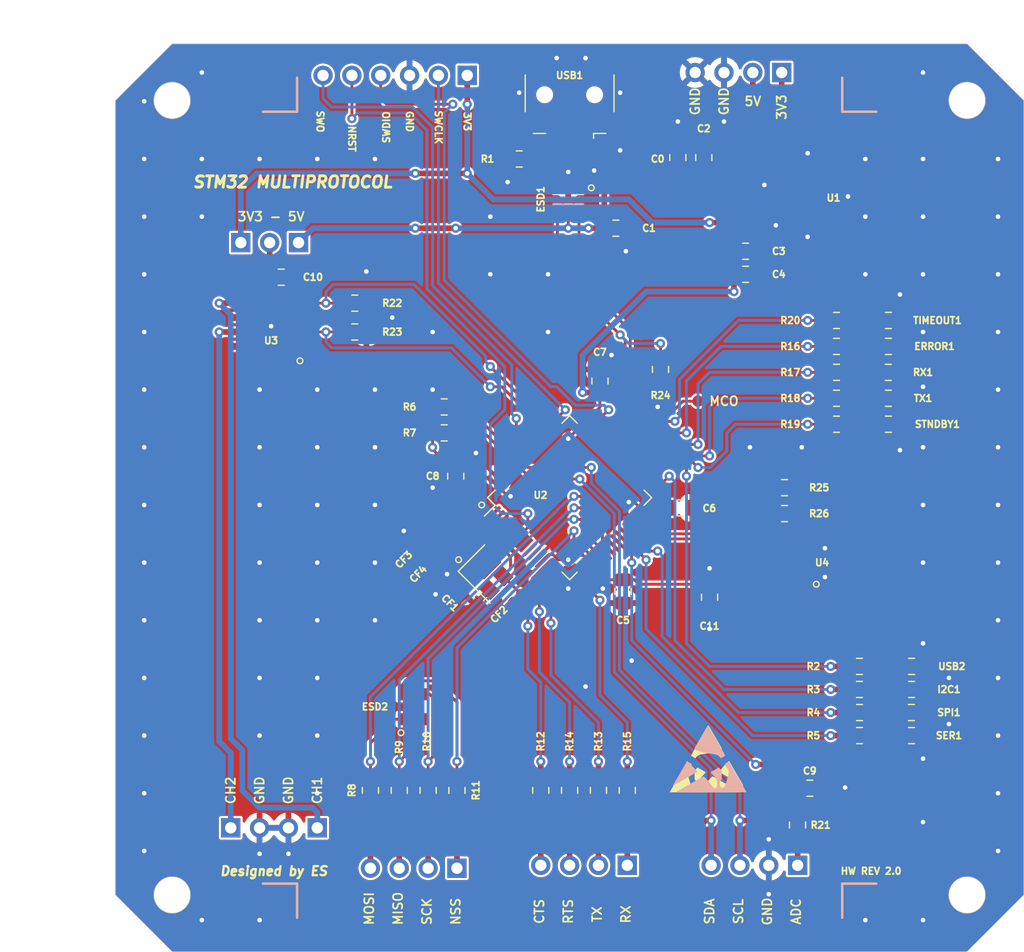
<source format=kicad_pcb>
(kicad_pcb (version 20240108) (generator "pcbnew") (generator_version "8.0")
  (layers (0 "F.Cu" signal) (31 "B.Cu" signal) (34 "B.Paste" user) (35 "F.Paste" user) (36 "B.SilkS" user "B.Silkscreen") (37 "F.SilkS" user "F.Silkscreen") (38 "B.Mask" user) (39 "F.Mask" user) (44 "Edge.Cuts" user))
  (net 0 "")
  (net 1 "VUSB")
  (net 2 "GND")
  (net 3 "+3V3")
  (net 4 "USB_DATA+")
  (net 5 "USB_DATA-")
  (net 6 "USBDM")
  (net 7 "USBDP")
  (net 8 "SPI1_MOSI_PA7_PIN23")
  (net 9 "SPI1_MISO_PA6_PIN22")
  (net 10 "SPI1_SCK_PA5_PIN21")
  (net 11 "SPI1_NSS_PA4_PIN20")
  (net 12 "SWCLK_PA14_PIN49")
  (net 13 "SWDIO_PA13_PIN46")
  (net 14 "NRST")
  (net 15 "SWO_PB3_PIN55")
  (net 16 "Net-(R1-Pad1)")
  (net 17 "Net-(R2-Pad1)")
  (net 18 "Net-(R3-Pad1)")
  (net 19 "Net-(R4-Pad1)")
  (net 20 "Net-(R5-Pad1)")
  (net 21 "Net-(R8-Pad1)")
  (net 22 "Net-(R9-Pad1)")
  (net 23 "Net-(R10-Pad1)")
  (net 24 "Net-(R11-Pad1)")
  (net 25 "UART2_CTS_PA0_PIN14")
  (net 26 "Net-(R12-Pad1)")
  (net 27 "UART2_TX_PA2_PIN16")
  (net 28 "Net-(R13-Pad1)")
  (net 29 "UART2_RTS_PA1_PIN15")
  (net 30 "Net-(R14-Pad1)")
  (net 31 "UART2_RX_PA3_PIN17")
  (net 32 "Net-(R15-Pad1)")
  (net 33 "Net-(U2-Pad62)")
  (net 34 "Net-(U2-Pad61)")
  (net 35 "Net-(U2-Pad60)")
  (net 36 "Net-(U2-Pad57)")
  (net 37 "Net-(U2-Pad56)")
  (net 38 "Net-(U2-Pad54)")
  (net 39 "Net-(U2-Pad53)")
  (net 40 "Net-(U2-Pad50)")
  (net 41 "Net-(U2-Pad42)")
  (net 42 "Net-(U2-Pad35)")
  (net 43 "Net-(U2-Pad26)")
  (net 44 "Net-(U2-Pad24)")
  (net 45 "Net-(U2-Pad2)")
  (net 46 "Net-(U2-Pad1)")
  (net 47 "Net-(U2-Pad11)")
  (net 48 "Net-(U2-Pad10)")
  (net 49 "Net-(U2-Pad9)")
  (net 50 "Net-(U2-Pad8)")
  (net 51 "Net-(I2C1-Pad2)")
  (net 52 "Net-(R2-Pad2)")
  (net 53 "Net-(R4-Pad2)")
  (net 54 "Net-(R5-Pad2)")
  (net 55 "Net-(ERROR1-Pad2)")
  (net 56 "Net-(R16-Pad2)")
  (net 57 "Net-(R17-Pad2)")
  (net 58 "Net-(R17-Pad1)")
  (net 59 "Net-(R18-Pad2)")
  (net 60 "Net-(R18-Pad1)")
  (net 61 "STNDBY_LED")
  (net 62 "Net-(R19-Pad1)")
  (net 63 "Net-(R20-Pad2)")
  (net 64 "Net-(R20-Pad1)")
  (net 65 "Net-(C10-Pad1)")
  (net 66 "Net-(PWR_OUT1-Pad4)")
  (net 67 "Net-(PWR_OUT1-Pad1)")
  (net 68 "CH2_PWR")
  (net 69 "CH1_PWR")
  (net 70 "Net-(U3-Pad8)")
  (net 71 "Net-(U3-Pad1)")
  (net 72 "OSC32_OUT")
  (net 73 "OSC32IN")
  (net 74 "Net-(R24-Pad1)")
  (net 75 "Net-(CF1-Pad1)")
  (net 76 "Net-(CF2-Pad1)")
  (net 77 "I2C1_SDA_PB7_PIN59")
  (net 78 "I2C1_SCL_PB6_PIN58")
  (net 79 "I2C2_SDA_PB7_PIN59")
  (net 80 "I2C2_SCL_PB6_PIN58")
  (net 81 "Net-(MCO1-Pad1)")
  (net 82 "ADC12_IN15_PIN25")
  (net 83 "Net-(I2C_OUT1-Pad1)")
  (footprint "Resistor_SMD:R_0805_2012Metric_Pad1.15x1.40mm_HandSolder" (layer "F.Cu") (at 164.078 76.256)
    (property "Reference" "C1")
    (property "Value" "100nF")
  )
  (footprint "Resistor_SMD:R_0805_2012Metric_Pad1.15x1.40mm_HandSolder" (layer "F.Cu") (at 171.816 70.033 90)
    (property "Reference" "C2")
    (property "Value" "1uF")
  )
  (footprint "Resistor_SMD:R_0805_2012Metric_Pad1.15x1.40mm_HandSolder" (layer "F.Cu") (at 175.499 78.288)
    (property "Reference" "C3")
    (property "Value" "10uF")
  )
  (footprint "Resistor_SMD:R_0805_2012Metric_Pad1.15x1.40mm_HandSolder" (layer "F.Cu") (at 175.499 80.32)
    (property "Reference" "C4")
    (property "Value" "100nF")
  )
  (footprint "Resistor_SMD:R_0805_2012Metric_Pad1.15x1.40mm_HandSolder" (layer "F.Cu") (at 164.704 108.26 -90)
    (property "Reference" "C5")
    (property "Value" "100nF")
  )
  (footprint "Resistor_SMD:R_0805_2012Metric_Pad1.15x1.40mm_HandSolder" (layer "F.Cu") (at 169.784 100.894)
    (property "Reference" "C6")
    (property "Value" "100nF")
  )
  (footprint "Resistor_SMD:R_0805_2012Metric_Pad1.15x1.40mm_HandSolder" (layer "F.Cu") (at 162.672 89.718 90)
    (property "Reference" "C7")
    (property "Value" "100nF")
  )
  (footprint "Resistor_SMD:R_0805_2012Metric_Pad1.15x1.40mm_HandSolder" (layer "F.Cu") (at 149.972 98.1 -90)
    (property "Reference" "C8")
    (property "Value" "100nF")
  )
  (footprint "Resistor_SMD:R_0805_2012Metric_Pad1.15x1.40mm_HandSolder" (layer "F.Cu") (at 190.113 114.864 180)
    (property "Reference" "USB2")
    (property "Value" "LED")
  )
  (footprint "Resistor_SMD:R_0805_2012Metric_Pad1.15x1.40mm_HandSolder" (layer "F.Cu") (at 190.113 116.896 180)
    (property "Reference" "I2C1")
    (property "Value" "LED")
  )
  (footprint "Resistor_SMD:R_0805_2012Metric_Pad1.15x1.40mm_HandSolder" (layer "F.Cu") (at 190.095 118.928 180)
    (property "Reference" "SPI1")
    (property "Value" "LED")
  )
  (footprint "Resistor_SMD:R_0805_2012Metric_Pad1.15x1.40mm_HandSolder" (layer "F.Cu") (at 190.104 120.96 180)
    (property "Reference" "SER1")
    (property "Value" "LED")
  )
  (footprint "Package_TO_SOT_SMD:SOT-23-6" (layer "F.Cu") (at 159.878 73.716 -90)
    (property "Reference" "ESD1")
    (property "Value" "USBLC6-2SC6")
  )
  (footprint "Package_TO_SOT_SMD:SOT-23-6" (layer "F.Cu") (at 146.162 118.42 90)
    (property "Reference" "ESD2")
    (property "Value" "ESDA6V1BC6")
  )
  (footprint "Connector_PinHeader_2.54mm:PinHeader_1x04_P2.54mm_Vertical" (layer "F.Cu") (at 180.08 132.39 -90)
    (property "Reference" "I2C_OUT1" (hide yes))
    (property "Value" "Conn_01x04")
  )
  (footprint "Connector_PinHeader_2.54mm:PinHeader_1x06_P2.54mm_Vertical" (layer "F.Cu") (at 138.288 62.794 90)
    (property "Reference" "PROG1" (hide yes))
    (property "Value" "Conn_01x06")
  )
  (footprint "Connector_PinHeader_2.54mm:PinHeader_1x04_P2.54mm_Vertical" (layer "F.Cu") (at 171.054 62.54 90)
    (property "Reference" "PWR1" (hide yes))
    (property "Value" "Conn_01x04")
  )
  (footprint "Resistor_SMD:R_0805_2012Metric_Pad1.15x1.40mm_HandSolder" (layer "F.Cu") (at 155.56 70.16 180)
    (property "Reference" "R1")
    (property "Value" "100k")
  )
  (footprint "Resistor_SMD:R_0805_2012Metric_Pad1.15x1.40mm_HandSolder" (layer "F.Cu") (at 185.523 114.864)
    (property "Reference" "R2")
    (property "Value" "1k")
  )
  (footprint "Resistor_SMD:R_0805_2012Metric_Pad1.15x1.40mm_HandSolder" (layer "F.Cu") (at 185.523 116.896)
    (property "Reference" "R3")
    (property "Value" "1k")
  )
  (footprint "Resistor_SMD:R_0805_2012Metric_Pad1.15x1.40mm_HandSolder" (layer "F.Cu") (at 185.532 118.928)
    (property "Reference" "R4")
    (property "Value" "1k")
  )
  (footprint "Resistor_SMD:R_0805_2012Metric_Pad1.15x1.40mm_HandSolder" (layer "F.Cu") (at 185.532 120.96)
    (property "Reference" "R5")
    (property "Value" "1k")
  )
  (footprint "Resistor_SMD:R_0805_2012Metric_Pad1.15x1.40mm_HandSolder" (layer "F.Cu") (at 148.956 92.004 180)
    (property "Reference" "R6")
    (property "Value" "10k")
  )
  (footprint "Resistor_SMD:R_0805_2012Metric_Pad1.15x1.40mm_HandSolder" (layer "F.Cu") (at 148.956 94.29 180)
    (property "Reference" "R7")
    (property "Value" "10k")
  )
  (footprint "Resistor_SMD:R_0805_2012Metric_Pad1.15x1.40mm_HandSolder" (layer "F.Cu") (at 142.46 125.786 90)
    (property "Reference" "R8")
    (property "Value" "100R")
  )
  (footprint "Resistor_SMD:R_0805_2012Metric_Pad1.15x1.40mm_HandSolder" (layer "F.Cu") (at 145 125.786 90)
    (property "Reference" "R9")
    (property "Value" "100R")
  )
  (footprint "Resistor_SMD:R_0805_2012Metric_Pad1.15x1.40mm_HandSolder" (layer "F.Cu") (at 147.54 125.786 90)
    (property "Reference" "R10")
    (property "Value" "100R")
  )
  (footprint "Resistor_SMD:R_0805_2012Metric_Pad1.15x1.40mm_HandSolder" (layer "F.Cu") (at 150.08 125.786 90)
    (property "Reference" "R11")
    (property "Value" "100R")
  )
  (footprint "Resistor_SMD:R_0805_2012Metric_Pad1.15x1.40mm_HandSolder" (layer "F.Cu") (at 157.46 125.786 90)
    (property "Reference" "R12")
    (property "Value" "100R")
  )
  (footprint "Resistor_SMD:R_0805_2012Metric_Pad1.15x1.40mm_HandSolder" (layer "F.Cu") (at 162.54 125.786 90)
    (property "Reference" "R13")
    (property "Value" "100R")
  )
  (footprint "Resistor_SMD:R_0805_2012Metric_Pad1.15x1.40mm_HandSolder" (layer "F.Cu") (at 160 125.786 90)
    (property "Reference" "R14")
    (property "Value" "100R")
  )
  (footprint "Resistor_SMD:R_0805_2012Metric_Pad1.15x1.40mm_HandSolder" (layer "F.Cu") (at 165.08 125.786 90)
    (property "Reference" "R15")
    (property "Value" "100R")
  )
  (footprint "Connector_PinHeader_2.54mm:PinHeader_1x04_P2.54mm_Vertical" (layer "F.Cu") (at 150.08 132.644 -90)
    (property "Reference" "SPI_OUT1" (hide yes))
    (property "Value" "Conn_01x04")
  )
  (footprint "TestPoint:TestPoint_Pad_D1.0mm" (layer "F.Cu") (at 164.704 71.176)
    (property "Reference" "T1" (hide yes))
    (property "Value" "TestPoint")
  )
  (footprint "Package_TO_SOT_SMD:SOT-223-3_TabPin2" (layer "F.Cu") (at 177.658 73.462)
    (property "Reference" "U1")
    (property "Value" "MIC39100-3.3WS")
  )
  (footprint "Package_QFP:LQFP-64_10x10mm_P0.5mm" (layer "F.Cu") (at 160 100 45)
    (property "Reference" "U2")
    (property "Value" "STM32F103R8Tx")
  )
  (footprint "Connector_PinHeader_2.54mm:PinHeader_1x04_P2.54mm_Vertical" (layer "F.Cu") (at 165.08 132.39 -90)
    (property "Reference" "UART_OUT1" (hide yes))
    (property "Value" "Conn_01x04")
  )
  (footprint "Connector_USB:USB_Mini-B_Lumberg_2486_01_Horizontal" (layer "F.Cu") (at 160 64.5 180)
    (property "Reference" "USB1")
    (property "Value" "USB_B_Mini")
  )
  (footprint "Resistor_SMD:R_0805_2012Metric_Pad1.15x1.40mm_HandSolder" (layer "F.Cu") (at 188.072 86.67 180)
    (property "Reference" "ERROR1")
    (property "Value" "LED")
  )
  (footprint "Resistor_SMD:R_0805_2012Metric_Pad1.15x1.40mm_HandSolder" (layer "F.Cu") (at 183.5 86.67 180)
    (property "Reference" "R16")
    (property "Value" "100R")
  )
  (footprint "Resistor_SMD:R_0805_2012Metric_Pad1.15x1.40mm_HandSolder" (layer "F.Cu") (at 183.5 88.956 180)
    (property "Reference" "R17")
    (property "Value" "100R")
  )
  (footprint "Resistor_SMD:R_0805_2012Metric_Pad1.15x1.40mm_HandSolder" (layer "F.Cu") (at 183.5 91.242 180)
    (property "Reference" "R18")
    (property "Value" "100R")
  )
  (footprint "Resistor_SMD:R_0805_2012Metric_Pad1.15x1.40mm_HandSolder" (layer "F.Cu") (at 183.5 93.528 180)
    (property "Reference" "R19")
    (property "Value" "100R")
  )
  (footprint "Resistor_SMD:R_0805_2012Metric_Pad1.15x1.40mm_HandSolder" (layer "F.Cu") (at 183.5 84.384 180)
    (property "Reference" "R20")
    (property "Value" "100R")
  )
  (footprint "Resistor_SMD:R_0805_2012Metric_Pad1.15x1.40mm_HandSolder" (layer "F.Cu") (at 188.063 88.956 180)
    (property "Reference" "RX1")
    (property "Value" "LED")
  )
  (footprint "Resistor_SMD:R_0805_2012Metric_Pad1.15x1.40mm_HandSolder" (layer "F.Cu") (at 188.072 93.528 180)
    (property "Reference" "STNDBY1")
    (property "Value" "LED")
  )
  (footprint "Resistor_SMD:R_0805_2012Metric_Pad1.15x1.40mm_HandSolder" (layer "F.Cu") (at 188.072 84.384 180)
    (property "Reference" "TIMEOUT1")
    (property "Value" "LED")
  )
  (footprint "Resistor_SMD:R_0805_2012Metric_Pad1.15x1.40mm_HandSolder" (layer "F.Cu") (at 188.072 91.242 180)
    (property "Reference" "TX1")
    (property "Value" "LED")
  )
  (footprint "TestPoint:TestPoint_Pad_D1.0mm" (layer "F.Cu") (at 178.674 68.128)
    (property "Reference" "T2" (hide yes))
    (property "Value" "TestPoint")
  )
  (footprint "TestPoint:TestPoint_Pad_D1.0mm" (layer "F.Cu") (at 146.416 84.892)
    (property "Reference" "T3" (hide yes))
    (property "Value" "TestPoint")
  )
  (footprint "TestPoint:TestPoint_Pad_D1.0mm" (layer "F.Cu") (at 145.908 85.4)
    (property "Reference" "T4" (hide yes))
    (property "Value" "TestPoint")
  )
  (footprint "Resistor_SMD:R_0805_2012Metric_Pad1.15x1.40mm_HandSolder" (layer "F.Cu") (at 169.53 70.033 90)
    (property "Reference" "C0")
    (property "Value" "100nF")
  )
  (footprint "Resistor_SMD:R_0805_2012Metric_Pad1.15x1.40mm_HandSolder" (layer "F.Cu") (at 181.1505 125.5955 180)
    (property "Reference" "C9")
    (property "Value" "10uF")
  )
  (footprint "Resistor_SMD:R_0402_1005Metric" (layer "F.Cu") (at 150.48 108.26 -45)
    (property "Reference" "CF1")
    (property "Value" "22pF")
  )
  (footprint "Resistor_SMD:R_0402_1005Metric" (layer "F.Cu") (at 155.306 108.768 -135)
    (property "Reference" "CF2")
    (property "Value" "22pF")
  )
  (footprint "Resistor_SMD:R_0805_2012Metric_Pad1.15x1.40mm_HandSolder" (layer "F.Cu") (at 134.605 80.574)
    (property "Reference" "C10")
    (property "Value" "100nF")
  )
  (footprint "Connector_PinHeader_2.54mm:PinHeader_1x04_P2.54mm_Vertical" (layer "F.Cu") (at 130.16 129.088 90)
    (property "Reference" "PWR_OUT1" (hide yes))
    (property "Value" "Conn_01x04")
  )
  (footprint "Connector_PinHeader_2.54mm:PinHeader_1x03_P2.54mm_Vertical" (layer "F.Cu") (at 131.049 77.526 90)
    (property "Reference" "PWR_SEL1" (hide yes))
    (property "Value" "Conn_01x03")
  )
  (footprint "Resistor_SMD:R_0805_2012Metric_Pad1.15x1.40mm_HandSolder" (layer "F.Cu") (at 141.082 82.86)
    (property "Reference" "R22")
    (property "Value" "10kR")
  )
  (footprint "Resistor_SMD:R_0805_2012Metric_Pad1.15x1.40mm_HandSolder" (layer "F.Cu") (at 141.082 85.4)
    (property "Reference" "R23")
    (property "Value" "10kR")
  )
  (footprint "Package_SO:SOIC-8_3.9x4.9mm_P1.27mm" (layer "F.Cu") (at 133.716 84.765 180)
    (property "Reference" "U3")
    (property "Value" "MIC4427")
  )
  (footprint "Symbol:ESD-Logo_6.6x6mm_SilkScreen" (layer "F.Cu") (at 172.07 122.992)
    (property "Reference" "REF**" (hide yes))
    (property "Value" "ESD-Logo_6.6x6mm_SilkScreen" (hide yes))
  )
  (footprint "TestPoint:TestPoint_Pad_D1.5mm" (layer "F.Cu") (at 142.479 129.596)
    (property "Reference" "T5" (hide yes))
    (property "Value" "TestPoint")
  )
  (footprint "TestPoint:TestPoint_Pad_D1.5mm" (layer "F.Cu") (at 145.019 129.596)
    (property "Reference" "T6" (hide yes))
    (property "Value" "TestPoint")
  )
  (footprint "TestPoint:TestPoint_Pad_D1.5mm" (layer "F.Cu") (at 147.559 129.596)
    (property "Reference" "T7" (hide yes))
    (property "Value" "TestPoint")
  )
  (footprint "TestPoint:TestPoint_Pad_D1.5mm" (layer "F.Cu") (at 150.099 129.596)
    (property "Reference" "T8" (hide yes))
    (property "Value" "TestPoint")
  )
  (footprint "TestPoint:TestPoint_Pad_D1.5mm" (layer "F.Cu") (at 157.465 129.596)
    (property "Reference" "T9" (hide yes))
    (property "Value" "TestPoint")
  )
  (footprint "TestPoint:TestPoint_Pad_D1.5mm" (layer "F.Cu") (at 160.005 129.596)
    (property "Reference" "T10" (hide yes))
    (property "Value" "TestPoint")
  )
  (footprint "TestPoint:TestPoint_Pad_D1.5mm" (layer "F.Cu") (at 162.545 129.596)
    (property "Reference" "T11" (hide yes))
    (property "Value" "TestPoint")
  )
  (footprint "TestPoint:TestPoint_Pad_D1.5mm" (layer "F.Cu") (at 165.08 129.596)
    (property "Reference" "T12" (hide yes))
    (property "Value" "TestPoint")
  )
  (footprint "Resistor_SMD:R_0805_2012Metric_Pad1.15x1.40mm_HandSolder" (layer "F.Cu") (at 180.071 128.834 90)
    (property "Reference" "R21")
    (property "Value" "100R")
  )
  (footprint "TestPoint:TestPoint_Pad_D1.5mm" (layer "F.Cu") (at 170.8 129.596)
    (property "Reference" "T13" (hide yes))
    (property "Value" "TestPoint")
  )
  (footprint "TestPoint:TestPoint_Pad_D1.5mm" (layer "F.Cu") (at 177.404 128.444)
    (property "Reference" "T14" (hide yes))
    (property "Value" "TestPoint")
  )
  (footprint "Crystal:Crystal_SMD_TXC_9HT11-2Pin_2.0x1.2mm_HandSoldering" (layer "F.Cu") (at 149.21 102.926 -45)
    (property "Reference" "Y1" (hide yes))
    (property "Value" "Crystal")
  )
  (footprint "Crystal:Crystal_SMD_3225-4Pin_3.2x2.5mm" (layer "F.Cu") (at 152.766 106.736 -45)
    (property "Reference" "Y2" (hide yes))
    (property "Value" "Crystal_GND24")
  )
  (footprint "Resistor_SMD:R_0402_1005Metric" (layer "F.Cu") (at 147.178 103.688 -135)
    (property "Reference" "CF3")
    (property "Value" "22pF")
  )
  (footprint "Resistor_SMD:R_0402_1005Metric" (layer "F.Cu") (at 148.448 104.958 -135)
    (property "Reference" "CF4")
    (property "Value" "22pF")
  )
  (footprint "Resistor_SMD:R_0805_2012Metric_Pad1.15x1.40mm_HandSolder" (layer "F.Cu") (at 168.006 88.702 90)
    (property "Reference" "R24")
    (property "Value" "1.5k")
  )
  (footprint "Resistor_SMD:R_0805_2012Metric_Pad1.15x1.40mm_HandSolder" (layer "F.Cu") (at 178.928 99.116 180)
    (property "Reference" "R25")
    (property "Value" "10k")
  )
  (footprint "Resistor_SMD:R_0805_2012Metric_Pad1.15x1.40mm_HandSolder" (layer "F.Cu") (at 178.928 101.402 180)
    (property "Reference" "R26")
    (property "Value" "10k")
  )
  (footprint "Package_SO:SOIC-8_3.9x4.9mm_P1.27mm" (layer "F.Cu") (at 177.404 105.72 180)
    (property "Reference" "U4")
    (property "Value" "M24C02-WMN")
  )
  (footprint "Resistor_SMD:R_0805_2012Metric_Pad1.15x1.40mm_HandSolder" (layer "F.Cu") (at 172.324 108.768 -90)
    (property "Reference" "C11")
    (property "Value" "100nF")
  )
  (footprint "TestPoint:TestPoint_Pad_D1.0mm" (layer "F.Cu") (at 171.308 91.496)
    (property "Reference" "MCO1" (hide yes))
    (property "Value" "TestPoint")
  )
  (footprint "TestPoint:TestPoint_Pad_D1.5mm" (layer "F.Cu") (at 177.912 124.008)
    (property "Reference" "TP15" (hide yes))
    (property "Value" "TestPoint")
  )
  (footprint "Symbol:ESD-Logo_6.6x6mm_SilkScreen" (layer "B.Cu") (at 172.324 122.992 180)
    (property "Reference" "REF**" (hide yes))
    (property "Value" "ESD-Logo_6.6x6mm_SilkScreen" (hide yes))
  )
  (gr_line (start 136 134) (end 136 137) (stroke (width 0.2)) (layer "B.SilkS"))
  (gr_line (start 136 66) (end 133 66) (stroke (width 0.2)) (layer "B.SilkS"))
  (gr_line (start 184 63) (end 184 66) (stroke (width 0.2)) (layer "B.SilkS"))
  (gr_line (start 136 63) (end 136 66) (stroke (width 0.2)) (layer "B.SilkS"))
  (gr_line (start 184 137) (end 184 134) (stroke (width 0.2)) (layer "B.SilkS"))
  (gr_line (start 133 134) (end 136 134) (stroke (width 0.2)) (layer "B.SilkS"))
  (gr_line (start 184 134) (end 187 134) (stroke (width 0.2)) (layer "B.SilkS"))
  (gr_line (start 184 66) (end 187 66) (stroke (width 0.2)) (layer "B.SilkS"))
  (gr_circle (center 181.722 107.625) (end 181.722 107.371) (stroke (width 0.12)) (fill none) (layer "F.SilkS"))
  (gr_line (start 136 66) (end 133 66) (stroke (width 0.2)) (layer "F.SilkS"))
  (gr_line (start 184 66) (end 187 66) (stroke (width 0.2)) (layer "F.SilkS"))
  (gr_circle (center 152.258 100.64) (end 152.258 100.386) (stroke (width 0.12)) (fill none) (layer "F.SilkS"))
  (gr_circle (center 136.256 87.94) (end 136.256 87.686) (stroke (width 0.12)) (fill none) (layer "F.SilkS"))
  (gr_line (start 136 63) (end 136 66) (stroke (width 0.2)) (layer "F.SilkS"))
  (gr_line (start 133 134) (end 136 134) (stroke (width 0.2)) (layer "F.SilkS"))
  (gr_circle (center 161.91 72.7) (end 162.164 72.7) (stroke (width 0.12)) (fill none) (layer "F.SilkS"))
  (gr_circle (center 145.146 120.706) (end 145.146 120.452) (stroke (width 0.12)) (fill none) (layer "F.SilkS"))
  (gr_line (start 136 134) (end 136 137) (stroke (width 0.2)) (layer "F.SilkS"))
  (gr_line (start 184 63) (end 184 66) (stroke (width 0.2)) (layer "F.SilkS"))
  (gr_circle (center 150.226 105.466) (end 150.226 105.212) (stroke (width 0.12)) (fill none) (layer "F.SilkS"))
  (gr_line (start 184 134) (end 187 134) (stroke (width 0.2)) (layer "F.SilkS"))
  (gr_line (start 184 137) (end 184 134) (stroke (width 0.2)) (layer "F.SilkS"))
  (gr_line (start 125 60) (end 195 60) (stroke (width 0.05)) (layer "Edge.Cuts"))
  (gr_line (start 200 65) (end 200 135) (stroke (width 0.05)) (layer "Edge.Cuts"))
  (gr_line (start 195 140) (end 125 140) (stroke (width 0.05)) (layer "Edge.Cuts"))
  (gr_line (start 120 135) (end 120 65) (stroke (width 0.05)) (layer "Edge.Cuts"))
  (gr_circle (center 195 135) (end 196.6 135) (stroke (width 0.05)) (fill none) (layer "Edge.Cuts"))
  (gr_line (start 195 140) (end 200 135) (stroke (width 0.05)) (layer "Edge.Cuts"))
  (gr_circle (center 195 65) (end 196.6 65) (stroke (width 0.05)) (fill none) (layer "Edge.Cuts"))
  (gr_circle (center 125 135) (end 126.6 135) (stroke (width 0.05)) (fill none) (layer "Edge.Cuts"))
  (gr_line (start 125 140) (end 120 135) (stroke (width 0.05)) (layer "Edge.Cuts"))
  (gr_line (start 125 60) (end 120 65) (stroke (width 0.05)) (layer "Edge.Cuts"))
  (gr_line (start 195 60) (end 200 65) (stroke (width 0.05)) (layer "Edge.Cuts"))
  (gr_circle (center 125 65) (end 126.6 65) (stroke (width 0.05)) (fill none) (layer "Edge.Cuts"))
  (gr_text "ADC" (at 179.944 136.454 90) (layer "F.SilkS") (effects (font (size 0.8 0.8))))
  (gr_text "5V" (at 176.134 65.08 0) (layer "F.SilkS") (effects (font (size 0.8 0.8))))
  (gr_text "GND" (at 171.054 65.08 90) (layer "F.SilkS") (effects (font (size 0.8 0.8))))
  (gr_text "GND" (at 173.594 65.08 90) (layer "F.SilkS") (effects (font (size 0.8 0.8))))
  (gr_text "CH2" (at 130.16 125.786 90) (layer "F.SilkS") (effects (font (size 0.8 0.8))))
  (gr_text "GND" (at 135.24 125.786 90) (layer "F.SilkS") (effects (font (size 0.8 0.8))))
  (gr_text "3V3 - 5V" (at 133.716 75.24 0) (layer "F.SilkS") (effects (font (size 0.8 0.8))))
  (gr_text "MCO" (at 173.594 91.496 0) (layer "F.SilkS") (effects (font (size 0.8 0.8))))
  (gr_text "GND" (at 177.404 136.454 90) (layer "F.SilkS") (effects (font (size 0.8 0.8))))
  (gr_text "CTS" (at 157.338 136.454 90) (layer "F.SilkS") (effects (font (size 0.8 0.8))))
  (gr_text "CH1" (at 137.78 125.786 90) (layer "F.SilkS") (effects (font (size 0.8 0.8))))
  (gr_text "3V3" (at 150.988 66.858 270) (layer "F.SilkS") (effects (font (size 0.6 0.6))))
  (gr_text "RX" (at 164.958 136.708 90) (layer "F.SilkS") (effects (font (size 0.8 0.8))))
  (gr_text "NSS" (at 149.972 136.454 90) (layer "F.SilkS") (effects (font (size 0.8 0.8))))
  (gr_text "STM32 MULTIPROTOCOL " (at 136 72.192 0) (layer "F.SilkS") (effects (font (size 1 1) (thickness 0.25) (italic yes))))
  (gr_text "SDA" (at 172.324 136.454 90) (layer "F.SilkS") (effects (font (size 0.8 0.8))))
  (gr_text "MOSI" (at 142.352 136.2 90) (layer "F.SilkS") (effects (font (size 0.8 0.8))))
  (gr_text "SWO" (at 138.034 66.858 270) (layer "F.SilkS") (effects (font (size 0.6 0.6))))
  (gr_text "SWCLK" (at 148.448 67.366 270) (layer "F.SilkS") (effects (font (size 0.6 0.6))))
  (gr_text "Designed by ES" (at 133.97 132.898 0) (layer "F.SilkS") (effects (font (size 0.8 0.8) (thickness 0.2) (italic yes))))
  (gr_text "GND" (at 145.908 66.858 270) (layer "F.SilkS") (effects (font (size 0.6 0.6))))
  (gr_text "SWDIO" (at 143.876 67.366 90) (layer "F.SilkS") (effects (font (size 0.6 0.6))))
  (gr_text "RTS" (at 159.878 136.454 90) (layer "F.SilkS") (effects (font (size 0.8 0.8))))
  (gr_text "3V3" (at 178.674 65.588 90) (layer "F.SilkS") (effects (font (size 0.8 0.8))))
  (gr_text "TX" (at 162.418 136.708 90) (layer "F.SilkS") (effects (font (size 0.8 0.8))))
  (gr_text "SCL" (at 174.864 136.454 90) (layer "F.SilkS") (effects (font (size 0.8 0.8))))
  (gr_text "HW REV 2.0" (at 186.548 132.898 0) (layer "F.SilkS") (effects (font (size 0.6 0.6))))
  (gr_text "MISO" (at 144.892 136.2 90) (layer "F.SilkS") (effects (font (size 0.8 0.8))))
  (gr_text "NRST" (at 140.828 68.382 270) (layer "F.SilkS") (effects (font (size 0.6 0.6))))
  (gr_text "GND" (at 132.7 125.786 90) (layer "F.SilkS") (effects (font (size 0.8 0.8))))
  (gr_text "SCK" (at 147.432 136.454 90) (layer "F.SilkS") (effects (font (size 0.8 0.8))))
  (segment (start 174.508 67.722) (end 174.508 71.162) (width 0.5) (layer "F.Cu") (net 1))
  (segment (start 170.735 71.058) (end 171.435 71.058) (width 0.5) (layer "F.Cu") (net 1))
  (segment (start 176.134 62.54) (end 176.134 66.096) (width 0.5) (layer "F.Cu") (net 1))
  (segment (start 161.6 68.7) (end 163.958 71.058) (width 0.5) (layer "F.Cu") (net 1))
  (segment (start 163.958 71.058) (end 170.735 71.058) (width 0.5) (layer "F.Cu") (net 1))
  (segment (start 159.878 74.816) (end 159.878 76.256) (width 0.25) (layer "F.Cu") (net 1))
  (segment (start 171.435 71.058) (end 174.404 71.058) (width 0.5) (layer "F.Cu") (net 1))
  (segment (start 163.053 72.319) (end 164.196 71.176) (width 0.5) (layer "F.Cu") (net 1))
  (segment (start 174.404 71.058) (end 174.508 71.162) (width 0.25) (layer "F.Cu") (net 1))
  (segment (start 176.134 66.096) (end 174.508 67.722) (width 0.5) (layer "F.Cu") (net 1))
  (segment (start 161.6 67.2) (end 161.6 68.7) (width 0.5) (layer "F.Cu") (net 1))
  (segment (start 146.416 76.256) (end 149.972 76.256) (width 0.5) (layer "F.Cu") (net 1))
  (segment (start 163.053 76.256) (end 163.053 72.319) (width 0.5) (layer "F.Cu") (net 1))
  (segment (start 161.656 76.256) (end 163.053 76.256) (width 0.5) (layer "F.Cu") (net 1))
  (via (at 159.878 76.256) (size 0.8) (drill 0.4) (layers "F.Cu" "B.Cu") (net 1))
  (via (at 161.656 76.256) (size 0.8) (drill 0.4) (layers "F.Cu" "B.Cu") (net 1))
  (via (at 146.416 76.256) (size 0.8) (drill 0.4) (layers "F.Cu" "B.Cu") (net 1))
  (via (at 149.972 76.256) (size 0.8) (drill 0.4) (layers "F.Cu" "B.Cu") (net 1))
  (segment (start 159.878 76.256) (end 161.656 76.256) (width 0.5) (layer "B.Cu") (net 1))
  (segment (start 137.399 76.256) (end 136.129 77.526) (width 0.5) (layer "B.Cu") (net 1))
  (segment (start 146.416 76.256) (end 137.399 76.256) (width 0.5) (layer "B.Cu") (net 1))
  (segment (start 159.878 76.256) (end 149.972 76.256) (width 0.5) (layer "B.Cu") (net 1))
  (via (at 197.724 95.56) (size 0.8) (drill 0.4) (layers "F.Cu" "B.Cu") (net 2))
  (via (at 169.53 66.858) (size 0.8) (drill 0.4) (layers "F.Cu" "B.Cu") (net 2))
  (via (at 184.262 125.532) (size 0.8) (drill 0.4) (layers "F.Cu" "B.Cu") (net 2))
  (via (at 151.75 96.068) (size 0.8) (drill 0.4) (layers "F.Cu" "B.Cu") (net 2))
  (via (at 122.54 70.16) (size 0.8) (drill 0.4) (layers "F.Cu" "B.Cu") (net 2))
  (via (at 177.54 134.93) (size 0.8) (drill 0.4) (layers "F.Cu" "B.Cu") (net 2))
  (via (at 164.45 64.318) (size 0.8) (drill 0.4) (layers "F.Cu" "B.Cu") (net 2))
  (via (at 172.324 111.562) (size 0.8) (drill 0.4) (layers "F.Cu" "B.Cu") (net 2))
  (via (at 158.1 80.32) (size 0.8) (drill 0.4) (layers "F.Cu" "B.Cu") (net 2))
  (via (at 184.516 73.462) (size 0.8) (drill 0.4) (layers "F.Cu" "B.Cu") (net 2))
  (via (at 122.54 100.64) (size 0.8) (drill 0.4) (layers "F.Cu" "B.Cu") (net 2))
  (via (at 191.12 80.32) (size 0.8) (drill 0.4) (layers "F.Cu" "B.Cu") (net 2))
  (via (at 142.86 110.8) (size 0.8) (drill 0.4) (layers "F.Cu" "B.Cu") (net 2))
  (via (at 175.88 95.56) (size 0.8) (drill 0.4) (layers "F.Cu" "B.Cu") (net 2))
  (via (at 132.7 105.72) (size 0.8) (drill 0.4) (layers "F.Cu" "B.Cu") (net 2))
  (via (at 122.54 75.24) (size 0.8) (drill 0.4) (layers "F.Cu" "B.Cu") (net 2))
  (via (at 167.752 92) (size 0.8) (drill 0.4) (layers "F.Cu" "B.Cu") (net 2))
  (via (at 158.1 85.4) (size 0.8) (drill 0.4) (layers "F.Cu" "B.Cu") (net 2))
  (via (at 147.94 85.4) (size 0.8) (drill 0.4) (layers "F.Cu" "B.Cu") (net 2))
  (via (at 132.7 131.374) (size 0.8) (drill 0.4) (layers "F.Cu" "B.Cu") (net 2))
  (via (at 182.484 106.99) (size 0.8) (drill 0.4) (layers "F.Cu" "B.Cu") (net 2))
  (via (at 132.7 95.56) (size 0.8) (drill 0.4) (layers "F.Cu" "B.Cu") (net 2))
  (via (at 133.716 84.892) (size 0.8) (drill 0.4) (layers "F.Cu" "B.Cu") (net 2))
  (via (at 122.54 85.4) (size 0.8) (drill 0.4) (layers "F.Cu" "B.Cu") (net 2))
  (via (at 122.54 65.08) (size 0.8) (drill 0.4) (layers "F.Cu" "B.Cu") (net 2))
  (via (at 177.15 72.446) (size 0.8) (drill 0.4) (layers "F.Cu" "B.Cu") (net 2))
  (via (at 162.926 108.006) (size 0.8) (drill 0.4) (layers "F.Cu" "B.Cu") (net 2))
  (via (at 132.7 110.8) (size 0.8) (drill 0.4) (layers "F.Cu" "B.Cu") (net 2))
  (via (at 142.86 95.56) (size 0.8) (drill 0.4) (layers "F.Cu" "B.Cu") (net 2))
  (via (at 122.54 95.56) (size 0.8) (drill 0.4) (layers "F.Cu" "B.Cu") (net 2))
  (via (at 154.544 72.192) (size 0.8) (drill 0.4) (layers "F.Cu" "B.Cu") (net 2))
  (via (at 142.86 90.48) (size 0.8) (drill 0.4) (layers "F.Cu" "B.Cu") (net 2))
  (via (at 144.384 84.13) (size 0.8) (drill 0.4) (layers "F.Cu" "B.Cu") (net 2))
  (via (at 122.54 115.88) (size 0.8) (drill 0.4) (layers "F.Cu" "B.Cu") (net 2))
  (via (at 159.878 71.303) (size 0.8) (drill 0.4) (layers "F.Cu" "B.Cu") (net 2))
  (via (at 191.12 70.16) (size 0.8) (drill 0.4) (layers "F.Cu" "B.Cu") (net 2))
  (via (at 186.04 80.32) (size 0.8) (drill 0.4) (layers "F.Cu" "B.Cu") (net 2))
  (via (at 186.04 70.16) (size 0.8) (drill 0.4) (layers "F.Cu" "B.Cu") (net 2))
  (via (at 153.02 75.24) (size 0.8) (drill 0.4) (layers "F.Cu" "B.Cu") (net 2))
  (via (at 180.96 77.018) (size 0.8) (drill 0.4) (layers "F.Cu" "B.Cu") (net 2))
  (via (at 172.324 106.228) (size 0.8) (drill 0.4) (layers "F.Cu" "B.Cu") (net 2))
  (via (at 191.12 62.54) (size 0.8) (drill 0.4) (layers "F.Cu" "B.Cu") (net 2))
  (via (at 137.78 70.16) (size 0.8) (drill 0.4) (layers "F.Cu" "B.Cu") (net 2))
  (via (at 127.62 70.16) (size 0.8) (drill 0.4) (layers "F.Cu" "B.Cu") (net 2))
  (via (at 137.78 100.64) (size 0.8) (drill 0.4) (layers "F.Cu" "B.Cu") (net 2))
  (via (at 197.724 115.88) (size 0.8) (drill 0.4) (layers "F.Cu" "B.Cu") (net 2))
  (via (at 197.724 80.32) (size 0.8) (drill 0.4) (layers "F.Cu" "B.Cu") (net 2))
  (via (at 197.724 100.64) (size 0.8) (drill 0.4) (layers "F.Cu" "B.Cu") (net 2))
  (via (at 197.724 75.24) (size 0.8) (drill 0.4) (layers "F.Cu" "B.Cu") (net 2))
  (via (at 161.402 61.27) (size 0.8) (drill 0.4) (layers "F.Cu" "B.Cu") (net 2))
  (via (at 132.7 137.216) (size 0.8) (drill 0.4) (layers "F.Cu" "B.Cu") (net 2))
  (via (at 135.24 131.374) (size 0.8) (drill 0.4) (layers "F.Cu" "B.Cu") (net 2))
  (via (at 132.7 100.64) (size 0.8) (drill 0.4) (layers "F.Cu" "B.Cu") (net 2))
  (via (at 137.78 95.56) (size 0.8) (drill 0.4) (layers "F.Cu" "B.Cu") (net 2))
  (via (at 193.406 115.88) (size 0.8) (drill 0.4) (layers "F.Cu" "B.Cu") (net 2))
  (via (at 197.724 85.4) (size 0.8) (drill 0.4) (layers "F.Cu" "B.Cu") (net 2))
  (via (at 132.7 70.16) (size 0.8) (drill 0.4) (layers "F.Cu" "B.Cu") (net 2))
  (via (at 186.04 75.24) (size 0.8) (drill 0.4) (layers "F.Cu" "B.Cu") (net 2))
  (via (at 122.54 126.04) (size 0.8) (drill 0.4) (layers "F.Cu" "B.Cu") (net 2))
  (via (at 132.7 115.88) (size 0.8) (drill 0.4) (layers "F.Cu" "B.Cu") (net 2))
  (via (at 161.402 116.642) (size 0.8) (drill 0.4) (layers "F.Cu" "B.Cu") (net 2))
  (via (at 193.406 119.944) (size 0.8) (drill 0.4) (layers "F.Cu" "B.Cu") (net 2))
  (via (at 191.12 95.56) (size 0.8) (drill 0.4) (layers "F.Cu" "B.Cu") (net 2))
  (via (at 122.54 90.48) (size 0.8) (drill 0.4) (layers "F.Cu" "B.Cu") (net 2))
  (via (at 158.862 61.27) (size 0.8) (drill 0.4) (layers "F.Cu" "B.Cu") (net 2))
  (via (at 137.78 110.8) (size 0.8) (drill 0.4) (layers "F.Cu" "B.Cu") (net 2))
  (via (at 122.54 120.96) (size 0.8) (drill 0.4) (layers "F.Cu" "B.Cu") (net 2))
  (via (at 191.12 75.24) (size 0.8) (drill 0.4) (layers "F.Cu" "B.Cu") (net 2))
  (via (at 197.724 131.12) (size 0.8) (drill 0.4) (layers "F.Cu" "B.Cu") (net 2))
  (via (at 147.94 99.116) (size 0.8) (drill 0.4) (layers "F.Cu" "B.Cu") (net 2))
  (via (at 142.86 70.16) (size 0.8) (drill 0.4) (layers "F.Cu" "B.Cu") (net 2))
  (via (at 122.54 105.72) (size 0.8) (drill 0.4) (layers "F.Cu" "B.Cu") (net 2))
  (via (at 191.12 137.216) (size 0.8) (drill 0.4) (layers "F.Cu" "B.Cu") (net 2))
  (via (at 180.96 69.652) (size 0.8) (drill 0.4) (layers "F.Cu" "B.Cu") (net 2))
  (via (at 197.724 90.48) (size 0.8) (drill 0.4) (layers "F.Cu" "B.Cu") (net 2))
  (via (at 180.452 95.56) (size 0.8) (drill 0.4) (layers "F.Cu" "B.Cu") (net 2))
  (via (at 145.4 102.926) (size 0.8) (drill 0.4) (layers "F.Cu" "B.Cu") (net 2))
  (via (at 197.724 70.16) (size 0.8) (drill 0.4) (layers "F.Cu" "B.Cu") (net 2))
  (via (at 127.62 75.24) (size 0.8) (drill 0.4) (layers "F.Cu" "B.Cu") (net 2))
  (via (at 132.7 120.96) (size 0.8) (drill 0.4) (layers "F.Cu" "B.Cu") (net 2))
  (via (at 178.166 76.002) (size 0.8) (drill 0.4) (layers "F.Cu" "B.Cu") (net 2))
  (via (at 191.12 100.64) (size 0.8) (drill 0.4) (layers "F.Cu" "B.Cu") (net 2))
  (via (at 162.164 71.176) (size 0.8) (drill 0.4) (layers "F.Cu" "B.Cu") (net 2))
  (via (at 197.724 110.8) (size 0.8) (drill 0.4) (layers "F.Cu" "B.Cu") (net 2))
  (via (at 191.12 85.4) (size 0.8) (drill 0.4) (layers "F.Cu" "B.Cu") (net 2))
  (via (at 191.12 122.992) (size 0.8) (drill 0.4) (layers "F.Cu" "B.Cu") (net 2))
  (via (at 191.12 105.72) (size 0.8) (drill 0.4) (layers "F.Cu" "B.Cu") (net 2))
  (via (at 122.54 110.8) (size 0.8) (drill 0.4) (layers "F.Cu" "B.Cu") (net 2))
  (via (at 177.54 130.104) (size 0.8) (drill 0.4) (layers "F.Cu" "B.Cu") (net 2))
  (via (at 149.21 106.736) (size 0.8) (drill 0.4) (layers "F.Cu" "B.Cu") (net 2))
  (via (at 142.86 100.64) (size 0.8) (drill 0.4) (layers "F.Cu" "B.Cu") (net 2))
  (via (at 137.78 126.04) (size 0.8) (drill 0.4) (layers "F.Cu" "B.Cu") (net 2))
  (via (at 197.724 126.04) (size 0.8) (drill 0.4) (layers "F.Cu" "B.Cu") (net 2))
  (via (at 137.78 105.72) (size 0.8) (drill 0.4) (layers "F.Cu" "B.Cu") (net 2))
  (via (at 132.7 90.48) (size 0.8) (drill 0.4) (layers "F.Cu" "B.Cu") (net 2))
  (via (at 173.594 66.858) (size 0.8) (drill 0.4) (layers "F.Cu" "B.Cu") (net 2))
  (via (at 197.724 120.96) (size 0.8) (drill 0.4) (layers "F.Cu" "B.Cu") (net 2))
  (via (at 127.62 62.54) (size 0.8) (drill 0.4) (layers "F.Cu" "B.Cu") (net 2))
  (via (at 163.688 87.432) (size 0.8) (drill 0.4) (layers "F.Cu" "B.Cu") (net 2))
  (via (at 164.958 78.288) (size 0.8) (drill 0.4) (layers "F.Cu" "B.Cu") (net 2))
  (via (at 153.02 80.32) (size 0.8) (drill 0.4) (layers "F.Cu" "B.Cu") (net 2))
  (via (at 186.04 137.216) (size 0.8) (drill 0.4) (layers "F.Cu" "B.Cu") (net 2))
  (via (at 191.12 90.226) (size 0.8) (drill 0.4) (layers "F.Cu" "B.Cu") (net 2))
  (via (at 137.78 120.96) (size 0.8) (drill 0.4) (layers "F.Cu" "B.Cu") (net 2))
  (via (at 148.194 108.514) (size 0.8) (drill 0.4) (layers "F.Cu" "B.Cu") (net 2))
  (via (at 127.62 137.216) (size 0.8) (drill 0.4) (layers "F.Cu" "B.Cu") (net 2))
  (via (at 191.12 128.58) (size 0.8) (drill 0.4) (layers "F.Cu" "B.Cu") (net 2))
  (via (at 137.78 115.88) (size 0.8) (drill 0.4) (layers "F.Cu" "B.Cu") (net 2))
  (via (at 142.86 105.72) (size 0.8) (drill 0.4) (layers "F.Cu" "B.Cu") (net 2))
  (via (at 122.54 80.32) (size 0.8) (drill 0.4) (layers "F.Cu" "B.Cu") (net 2))
  (via (at 191.12 112.832) (size 0.8) (drill 0.4) (layers "F.Cu" "B.Cu") (net 2))
  (via (at 165.466 114.356) (size 0.8) (drill 0.4) (layers "F.Cu" "B.Cu") (net 2))
  (via (at 147.94 90.48) (size 0.8) (drill 0.4) (layers "F.Cu" "B.Cu") (net 2))
  (via (at 182.484 104.45) (size 0.8) (drill 0.4) (layers "F.Cu" "B.Cu") (net 2))
  (via (at 189.088 95.814) (size 0.8) (drill 0.4) (layers "F.Cu" "B.Cu") (net 2))
  (via (at 197.724 105.72) (size 0.8) (drill 0.4) (layers "F.Cu" "B.Cu") (net 2))
  (via (at 159.878 108.006) (size 0.8) (drill 0.4) (layers "F.Cu" "B.Cu") (net 2))
  (via (at 142.098 80.066) (size 0.8) (drill 0.4) (layers "F.Cu" "B.Cu") (net 2))
  (via (at 189.088 82.098) (size 0.8) (drill 0.4) (layers "F.Cu" "B.Cu") (net 2))
  (via (at 164.45 69.398) (size 0.8) (drill 0.4) (layers "F.Cu" "B.Cu") (net 2))
  (via (at 137.78 90.48) (size 0.8) (drill 0.4) (layers "F.Cu" "B.Cu") (net 2))
  (via (at 122.54 131.12) (size 0.8) (drill 0.4) (layers "F.Cu" "B.Cu") (net 2))
  (via (at 155.56 64.318) (size 0.8) (drill 0.4) (layers "F.Cu" "B.Cu") (net 2))
  (segment (start 147.931 95.569) (end 147.931 94.99) (width 0.25) (layer "F.Cu") (net 3))
  (segment (start 179.129 102.926) (end 178.674 102.926) (width 0.25) (layer "F.Cu") (net 3))
  (segment (start 151.559568 97.075) (end 149.972 97.075) (width 0.25) (layer "F.Cu") (net 3))
  (segment (start 179.953 102.102) (end 179.129 102.926) (width 0.25) (layer "F.Cu") (net 3))
  (segment (start 159.878 105.466) (end 158.99599 105.466) (width 0.25) (layer "F.Cu") (net 3))
  (segment (start 147.931 94.99) (end 147.931 94.29) (width 0.25) (layer "F.Cu") (net 3))
  (segment (start 149.272 97.075) (end 147.931 95.734) (width 0.25) (layer "F.Cu") (net 3))
  (segment (start 162.663 90.734) (end 162.672 90.743) (width 0.5) (layer "F.Cu") (net 3))
  (segment (start 149.972 97.075) (end 149.272 97.075) (width 0.25) (layer "F.Cu") (net 3))
  (segment (start 162.672 92.0247) (end 161.361181 93.335519) (width 0.25) (layer "F.Cu") (net 3))
  (segment (start 162.672 90.743) (end 162.672 92.0247) (width 0.25) (layer "F.Cu") (net 3))
  (segment (start 147.931 95.734) (end 147.931 95.569) (width 0.25) (layer "F.Cu") (net 3))
  (segment (start 178.674 63.742081) (end 178.674 62.54) (width 0.5) (layer "F.Cu") (net 3))
  (segment (start 175.904 107.625) (end 174.929 107.625) (width 0.25) (layer "F.Cu") (net 3))
  (segment (start 166.664481 101.361181) (end 165.6893 100.386) (width 0.25) (layer "F.Cu") (net 3))
  (segment (start 167.131662 100.894) (end 166.664481 101.361181) (width 0.25) (layer "F.Cu") (net 3))
  (segment (start 153.335519 98.638819) (end 154.5747 99.878) (width 0.25) (layer "F.Cu") (net 3))
  (segment (start 161.176913 105.066001) (end 162.068287 105.957375) (width 0.25) (layer "F.Cu") (net 3))
  (segment (start 165.711 107.235) (end 166.101 107.625) (width 0.25) (layer "F.Cu") (net 3))
  (segment (start 154.5747 99.878) (end 154.798 99.878) (width 0.25) (layer "F.Cu") (net 3))
  (segment (start 147.931 92.004) (end 147.931 94.29) (width 0.25) (layer "F.Cu") (net 3))
  (segment (start 159.878 105.466) (end 160.277999 105.066001) (width 0.25) (layer "F.Cu") (net 3))
  (segment (start 158.539347 105.009357) (end 158.172623 105.009357) (width 0.25) (layer "F.Cu") (net 3))
  (segment (start 161.340481 93.335519) (end 159.878 94.798) (width 0.25) (layer "F.Cu") (net 3))
  (segment (start 158.172623 105.009357) (end 157.578159 105.603821) (width 0.25) (layer "F.Cu") (net 3))
  (segment (start 174.855 107.699) (end 174.929 107.625) (width 0.25) (layer "F.Cu") (net 3))
  (segment (start 150.988 65.334) (end 150.988 62.794) (width 0.5) (layer "F.Cu") (net 3))
  (segment (start 163.345912 107.235) (end 164.704 107.235) (width 0.25) (layer "F.Cu") (net 3))
  (segment (start 176.008 75.762) (end 178.674 73.096) (width 0.5) (layer "F.Cu") (net 3))
  (segment (start 161.148 90.734) (end 162.663 90.734) (width 0.5) (layer "F.Cu") (net 3))
  (segment (start 150.988 71.43) (end 146.416 71.43) (width 0.5) (layer "F.Cu") (net 3))
  (segment (start 179.953 101.402) (end 179.953 102.102) (width 0.25) (layer "F.Cu") (net 3))
  (segment (start 174.508 75.762) (end 174.508 80.286) (width 0.5) (layer "F.Cu") (net 3))
  (segment (start 153.335519 98.638819) (end 153.123387 98.638819) (width 0.25) (layer "F.Cu") (net 3))
  (segment (start 178.674 102.926) (end 177.79602 103.80398) (width 0.25) (layer "F.Cu") (net 3))
  (segment (start 165.6893 100.386) (end 165.212 100.386) (width 0.25) (layer "F.Cu") (net 3))
  (segment (start 174.508 75.762) (end 172.324 75.762) (width 0.5) (layer "F.Cu") (net 3))
  (segment (start 174.508 75.762) (end 176.008 75.762) (width 0.5) (layer "F.Cu") (net 3))
  (segment (start 160.277999 105.066001) (end 161.176913 105.066001) (width 0.25) (layer "F.Cu") (net 3))
  (segment (start 179.953 99.116) (end 179.953 101.402) (width 0.25) (layer "F.Cu") (net 3))
  (segment (start 158.99599 105.466) (end 158.539347 105.009357) (width 0.25) (layer "F.Cu") (net 3))
  (segment (start 153.123387 98.638819) (end 151.559568 97.075) (width 0.25) (layer "F.Cu") (net 3))
  (segment (start 166.101 107.625) (end 174.929 107.625) (width 0.25) (layer "F.Cu") (net 3))
  (segment (start 174.474 81.844) (end 174.474 80.32) (width 0.5) (layer "F.Cu") (net 3))
  (segment (start 168.759 100.894) (end 167.131662 100.894) (width 0.25) (layer "F.Cu") (net 3))
  (segment (start 174.508 80.286) (end 174.474 80.32) (width 0.5) (layer "F.Cu") (net 3))
  (segment (start 162.068287 105.957375) (end 163.345912 107.235) (width 0.25) (layer "F.Cu") (net 3))
  (segment (start 161.361181 93.335519) (end 161.340481 93.335519) (width 0.25) (layer "F.Cu") (net 3))
  (segment (start 177.79602 105.73298) (end 175.904 107.625) (width 0.25) (layer "F.Cu") (net 3))
  (segment (start 164.704 107.235) (end 165.711 107.235) (width 0.25) (layer "F.Cu") (net 3))
  (segment (start 178.674 73.096) (end 178.674 63.742081) (width 0.5) (layer "F.Cu") (net 3))
  (segment (start 177.79602 103.80398) (end 177.79602 105.73298) (width 0.25) (layer "F.Cu") (net 3))
  (via (at 159.878 105.466) (size 0.8) (drill 0.4) (layers "F.Cu" "B.Cu") (net 3))
  (via (at 154.798 99.878) (size 0.8) (drill 0.4) (layers "F.Cu" "B.Cu") (net 3))
  (via (at 172.324 75.762) (size 0.8) (drill 0.4) (layers "F.Cu" "B.Cu") (net 3))
  (via (at 150.988 65.334) (size 0.8) (drill 0.4) (layers "F.Cu" "B.Cu") (net 3))
  (via (at 159.878 94.798) (size 0.8) (drill 0.4) (layers "F.Cu" "B.Cu") (net 3))
  (via (at 147.931 95.569) (size 0.8) (drill 0.4) (layers "F.Cu" "B.Cu") (net 3))
  (via (at 146.416 71.43) (size 0.8) (drill 0.4) (layers "F.Cu" "B.Cu") (net 3))
  (via (at 165.212 100.386) (size 0.8) (drill 0.4) (layers "F.Cu" "B.Cu") (net 3))
  (via (at 150.988 71.43) (size 0.8) (drill 0.4) (layers "F.Cu" "B.Cu") (net 3))
  (via (at 174.474 81.844) (size 0.8) (drill 0.4) (layers "F.Cu" "B.Cu") (net 3))
  (via (at 161.148 90.734) (size 0.8) (drill 0.4) (layers "F.Cu" "B.Cu") (net 3))
  (segment (start 150.988 71.43) (end 150.988 65.334) (width 0.5) (layer "B.Cu") (net 3))
  (segment (start 150.988 71.43) (end 150.988 71.43) (width 0.5) (layer "B.Cu") (net 3))
  (segment (start 167.258 75.762) (end 165.212 73.716) (width 0.5) (layer "B.Cu") (net 3))
  (segment (start 174.474 81.844) (end 166.736 81.844) (width 0.5) (layer "B.Cu") (net 3))
  (segment (start 172.324 75.762) (end 167.258 75.762) (width 0.5) (layer "B.Cu") (net 3))
  (segment (start 161.148 87.432) (end 161.148 90.734) (width 0.5) (layer "B.Cu") (net 3))
  (segment (start 153.274 73.716) (end 150.988 71.43) (width 0.5) (layer "B.Cu") (net 3))
  (segment (start 166.736 81.844) (end 161.148 87.432) (width 0.5) (layer "B.Cu") (net 3))
  (segment (start 165.212 73.716) (end 153.274 73.716) (width 0.5) (layer "B.Cu") (net 3))
  (segment (start 146.416 71.43) (end 132.446 71.43) (width 0.5) (layer "B.Cu") (net 3))
  (segment (start 132.446 71.43) (end 131.049 72.827) (width 0.5) (layer "B.Cu") (net 3))
  (segment (start 131.049 72.827) (end 131.049 77.526) (width 0.5) (layer "B.Cu") (net 3))
  (segment (start 160.37799 78.415) (end 160.377991 80.948401) (width 0.25) (layer "F.Cu") (net 4))
  (segment (start 164.88899 91.92903) (end 162.421841 94.396179) (width 0.25) (layer "F.Cu") (net 4))
  (segment (start 158.928 76.96501) (end 160.37799 78.415) (width 0.25) (layer "F.Cu") (net 4))
  (segment (start 164.88899 91.92903) (end 164.88899 86.09299) (width 0.25) (layer "F.Cu") (net 4))
  (segment (start 160.331106 81.336) (end 160.377991 81.289115) (width 0.25) (layer "F.Cu") (net 4))
  (segment (start 160.377991 81.581991) (end 160.377991 81.289115) (width 0.25) (layer "F.Cu") (net 4))
  (segment (start 160.377991 81.289115) (end 160.377991 80.948401) (width 0.25) (layer "F.Cu") (net 4))
  (segment (start 168.006 86.416) (end 168.006 87.677) (width 0.25) (layer "F.Cu") (net 4))
  (segment (start 164.45 85.654) (end 160.377991 81.581991) (width 0.25) (layer "F.Cu") (net 4))
  (segment (start 164.88899 86.09299) (end 164.45 85.654) (width 0.25) (layer "F.Cu") (net 4))
  (segment (start 158.928 74.816) (end 158.928 76.96501) (width 0.25) (layer "F.Cu") (net 4))
  (segment (start 159.624 81.336) (end 160.331106 81.336) (width 0.25) (layer "F.Cu") (net 4))
  (via (at 164.45 85.654) (size 0.8) (drill 0.4) (layers "F.Cu" "B.Cu") (net 4))
  (via (at 168.006 86.416) (size 0.8) (drill 0.4) (layers "F.Cu" "B.Cu") (net 4))
  (segment (start 168.006 86.416) (end 165.212 86.416) (width 0.25) (layer "B.Cu") (net 4))
  (segment (start 165.212 86.416) (end 164.45 85.654) (width 0.25) (layer "B.Cu") (net 4))
  (segment (start 160.828 80.762) (end 165.339 85.273) (width 0.25) (layer "F.Cu") (net 5))
  (segment (start 165.466 85.4) (end 166.228 85.4) (width 0.25) (layer "F.Cu") (net 5))
  (segment (start 165.339 85.273) (end 165.339 92.186126) (width 0.25) (layer "F.Cu") (net 5))
  (segment (start 160.828 74.816) (end 160.828 80.762) (width 0.25) (layer "F.Cu") (net 5))
  (segment (start 165.339 92.186126) (end 162.775394 94.749732) (width 0.25) (layer "F.Cu") (net 5))
  (segment (start 165.339 85.273) (end 165.466 85.4) (width 0.25) (layer "F.Cu") (net 5))
  (segment (start 160.8 72.588) (end 160.828 72.616) (width 0.25) (layer "F.Cu") (net 6))
  (segment (start 160.8 67.2) (end 160.8 72.588) (width 0.25) (layer "F.Cu") (net 6))
  (segment (start 158.928 72.616) (end 158.928 71.179998) (width 0.25) (layer "F.Cu") (net 7))
  (segment (start 160 68.45) (end 160 67.2) (width 0.25) (layer "F.Cu") (net 7))
  (segment (start 160 70.107998) (end 160 68.45) (width 0.25) (layer "F.Cu") (net 7))
  (segment (start 158.928 71.179998) (end 160 70.107998) (width 0.25) (layer "F.Cu") (net 7))
  (segment (start 162.888036 101.814351) (end 160.951685 99.878) (width 0.25) (layer "F.Cu") (net 8))
  (segment (start 142.46 123.246) (end 142.46 121.614) (width 0.25) (layer "F.Cu") (net 8))
  (segment (start 142.46 121.614) (end 144.554 119.52) (width 0.25) (layer "F.Cu") (net 8))
  (segment (start 160.951685 99.878) (end 160.386 99.878) (width 0.25) (layer "F.Cu") (net 8))
  (segment (start 162.888036 103.948696) (end 162.888036 101.814351) (width 0.25) (layer "F.Cu") (net 8))
  (segment (start 163.482501 104.543161) (end 162.888036 103.948696) (width 0.25) (layer "F.Cu") (net 8))
  (segment (start 144.554 119.52) (end 145.212 119.52) (width 0.25) (layer "F.Cu") (net 8))
  (segment (start 142.46 123.246) (end 142.46 124.761) (width 0.25) (layer "F.Cu") (net 8))
  (via (at 160.386 99.878) (size 0.8) (drill 0.4) (layers "F.Cu" "B.Cu") (net 8))
  (via (at 142.46 123.246) (size 0.8) (drill 0.4) (layers "F.Cu" "B.Cu") (net 8))
  (segment (start 142.46 117.55) (end 142.46 123.246) (width 0.25) (layer "B.Cu") (net 8))
  (segment (start 160.386 99.878) (end 159.986001 100.277999) (width 0.25) (layer "B.Cu") (net 8))
  (segment (start 159.986001 100.277999) (end 159.732001 100.277999) (width 0.25) (layer "B.Cu") (net 8))
  (segment (start 159.732001 100.277999) (end 142.46 117.55) (width 0.25) (layer "B.Cu") (net 8))
  (segment (start 161.91 103.642428) (end 161.91 101.852315) (width 0.25) (layer "F.Cu") (net 9))
  (segment (start 145 123.246) (end 147.112 121.134) (width 0.25) (layer "F.Cu") (net 9))
  (segment (start 147.112 121.134) (end 147.112 119.52) (width 0.25) (layer "F.Cu") (net 9))
  (segment (start 160.951685 100.894) (end 160.386 100.894) (width 0.25) (layer "F.Cu") (net 9))
  (segment (start 163.128948 104.861376) (end 161.91 103.642428) (width 0.25) (layer "F.Cu") (net 9))
  (segment (start 163.128948 104.896714) (end 163.128948 104.861376) (width 0.25) (layer "F.Cu") (net 9))
  (segment (start 161.91 101.852315) (end 160.951685 100.894) (width 0.25) (layer "F.Cu") (net 9))
  (segment (start 145 123.246) (end 145 124.761) (width 0.25) (layer "F.Cu") (net 9))
  (via (at 145 123.246) (size 0.8) (drill 0.4) (layers "F.Cu" "B.Cu") (net 9))
  (via (at 160.386 100.894) (size 0.8) (drill 0.4) (layers "F.Cu" "B.Cu") (net 9))
  (segment (start 145 116.026) (end 145 123.246) (width 0.25) (layer "B.Cu") (net 9))
  (segment (start 160.386 100.894) (end 159.986001 101.293999) (width 0.25) (layer "B.Cu") (net 9))
  (segment (start 159.732001 101.293999) (end 145 116.026) (width 0.25) (layer "B.Cu") (net 9))
  (segment (start 159.986001 101.293999) (end 159.732001 101.293999) (width 0.25) (layer "B.Cu") (net 9))
  (segment (start 147.94 122.846) (end 147.94 117.573) (width 0.25) (layer "F.Cu") (net 10))
  (segment (start 161.148 102.106315) (end 160.951685 101.91) (width 0.25) (layer "F.Cu") (net 10))
  (segment (start 160.951685 101.91) (end 160.386 101.91) (width 0.25) (layer "F.Cu") (net 10))
  (segment (start 162.775394 105.250268) (end 161.148 103.622874) (width 0.25) (layer "F.Cu") (net 10))
  (segment (start 147.687 117.32) (end 147.112 117.32) (width 0.25) (layer "F.Cu") (net 10))
  (segment (start 147.54 123.246) (end 147.94 122.846) (width 0.25) (layer "F.Cu") (net 10))
  (segment (start 147.54 123.246) (end 147.54 124.761) (width 0.25) (layer "F.Cu") (net 10))
  (segment (start 161.148 103.622874) (end 161.148 102.106315) (width 0.25) (layer "F.Cu") (net 10))
  (segment (start 147.94 117.573) (end 147.687 117.32) (width 0.25) (layer "F.Cu") (net 10))
  (via (at 160.386 101.91) (size 0.8) (drill 0.4) (layers "F.Cu" "B.Cu") (net 10))
  (via (at 147.54 123.246) (size 0.8) (drill 0.4) (layers "F.Cu" "B.Cu") (net 10))
  (segment (start 147.54 114.190315) (end 147.54 122.680315) (width 0.25) (layer "B.Cu") (net 10))
  (segment (start 159.820315 101.91) (end 147.54 114.190315) (width 0.25) (layer "B.Cu") (net 10))
  (segment (start 160.386 101.91) (end 159.820315 101.91) (width 0.25) (layer "B.Cu") (net 10))
  (segment (start 147.54 122.680315) (end 147.54 123.246) (width 0.25) (layer "B.Cu") (net 10))
  (segment (start 150.08 123.246) (end 150.08 118.02) (width 0.25) (layer "F.Cu") (net 11))
  (segment (start 145.212 116.54) (end 145.212 117.32) (width 0.25) (layer "F.Cu") (net 11))
  (segment (start 150.08 123.246) (end 150.08 124.761) (width 0.25) (layer "F.Cu") (net 11))
  (segment (start 162.386501 105.603821) (end 160.386 103.60332) (width 0.25) (layer "F.Cu") (net 11))
  (segment (start 148.194 116.134) (end 145.618 116.134) (width 0.25) (layer "F.Cu") (net 11))
  (segment (start 160.386 103.491685) (end 160.386 102.926) (width 0.25) (layer "F.Cu") (net 11))
  (segment (start 145.618 116.134) (end 145.212 116.54) (width 0.25) (layer "F.Cu") (net 11))
  (segment (start 150.08 118.02) (end 148.194 116.134) (width 0.25) (layer "F.Cu") (net 11))
  (segment (start 162.421841 105.603821) (end 162.386501 105.603821) (width 0.25) (layer "F.Cu") (net 11))
  (segment (start 160.386 103.60332) (end 160.386 103.491685) (width 0.25) (layer "F.Cu") (net 11))
  (segment (start 162.421841 105.603821) (end 162.421841 105.568483) (width 0.25) (layer "F.Cu") (net 11))
  (via (at 160.386 102.926) (size 0.8) (drill 0.4) (layers "F.Cu" "B.Cu") (net 11))
  (via (at 150.08 123.246) (size 0.8) (drill 0.4) (layers "F.Cu" "B.Cu") (net 11))
  (segment (start 160.386 102.926) (end 150.08 113.232) (width 0.25) (layer "B.Cu") (net 11))
  (segment (start 150.08 113.232) (end 150.08 123.246) (width 0.25) (layer "B.Cu") (net 11))
  (segment (start 158.638819 93.335519) (end 158.638819 93.243181) (width 0.25) (layer "F.Cu") (net 12))
  (segment (start 158.638819 93.243181) (end 159.624 92.258) (width 0.25) (layer "F.Cu") (net 12))
  (via (at 159.624 92.258) (size 0.8) (drill 0.4) (layers "F.Cu" "B.Cu") (net 12))
  (segment (start 148.448 81.082) (end 159.624 92.258) (width 0.25) (layer "B.Cu") (net 12))
  (segment (start 148.448 62.794) (end 148.448 81.082) (width 0.25) (layer "B.Cu") (net 12))
  (segment (start 149.718 65.334) (end 143.876 65.334) (width 0.25) (layer "F.Cu") (net 13))
  (segment (start 143.876 65.334) (end 143.368 64.826) (width 0.25) (layer "F.Cu") (net 13))
  (segment (start 143.368 64.826) (end 143.368 62.794) (width 0.25) (layer "F.Cu") (net 13))
  (segment (start 162.068287 94.042625) (end 162.926 93.184912) (width 0.25) (layer "F.Cu") (net 13))
  (segment (start 162.926 92.766) (end 163.434 92.258) (width 0.25) (layer "F.Cu") (net 13))
  (segment (start 162.926 93.184912) (end 162.926 92.766) (width 0.25) (layer "F.Cu") (net 13))
  (via (at 149.718 65.334) (size 0.8) (drill 0.4) (layers "F.Cu" "B.Cu") (net 13))
  (via (at 163.434 92.258) (size 0.8) (drill 0.4) (layers "F.Cu" "B.Cu") (net 13))
  (segment (start 163.434 92.258) (end 163.034001 91.858001) (width 0.25) (layer "B.Cu") (net 13))
  (segment (start 148.956 80.828) (end 148.956 66.096) (width 0.25) (layer "B.Cu") (net 13))
  (segment (start 148.956 66.096) (end 149.718 65.334) (width 0.25) (layer "B.Cu") (net 13))
  (segment (start 158.862 90.226) (end 158.354 90.226) (width 0.25) (layer "B.Cu") (net 13))
  (segment (start 160.494001 91.858001) (end 158.862 90.226) (width 0.25) (layer "B.Cu") (net 13))
  (segment (start 163.034001 91.858001) (end 160.494001 91.858001) (width 0.25) (layer "B.Cu") (net 13))
  (segment (start 158.354 90.226) (end 148.956 80.828) (width 0.25) (layer "B.Cu") (net 13))
  (segment (start 155.456839 103.482501) (end 156.322 102.61734) (width 0.25) (layer "F.Cu") (net 14))
  (segment (start 155.456839 103.482501) (end 155.421501 103.482501) (width 0.25) (layer "F.Cu") (net 14))
  (segment (start 140.828 66.604) (end 140.828 62.794) (width 0.25) (layer "F.Cu") (net 14))
  (segment (start 156.322 102.61734) (end 156.322 101.402) (width 0.25) (layer "F.Cu") (net 14))
  (via (at 140.828 66.604) (size 0.8) (drill 0.4) (layers "F.Cu" "B.Cu") (net 14))
  (via (at 156.322 101.402) (size 0.8) (drill 0.4) (layers "F.Cu" "B.Cu") (net 14))
  (segment (start 153.02 100.386) (end 153.02 93.528) (width 0.25) (layer "B.Cu") (net 14))
  (segment (start 147.432 81.59) (end 147.432 67.62) (width 0.25) (layer "B.Cu") (net 14))
  (segment (start 154.036 101.402) (end 153.02 100.386) (width 0.25) (layer "B.Cu") (net 14))
  (segment (start 153.02 93.528) (end 154.29 92.258) (width 0.25) (layer "B.Cu") (net 14))
  (segment (start 154.29 88.448) (end 147.432 81.59) (width 0.25) (layer "B.Cu") (net 14))
  (segment (start 141.336 66.096) (end 140.828 66.604) (width 0.25) (layer "B.Cu") (net 14))
  (segment (start 147.432 67.62) (end 145.908 66.096) (width 0.25) (layer "B.Cu") (net 14))
  (segment (start 145.908 66.096) (end 141.336 66.096) (width 0.25) (layer "B.Cu") (net 14))
  (segment (start 154.29 92.258) (end 154.29 88.448) (width 0.25) (layer "B.Cu") (net 14))
  (segment (start 156.322 101.402) (end 154.036 101.402) (width 0.25) (layer "B.Cu") (net 14))
  (segment (start 155.306 94.24534) (end 155.306 93.02) (width 0.25) (layer "F.Cu") (net 15))
  (segment (start 156.517499 95.456839) (end 155.306 94.24534) (width 0.25) (layer "F.Cu") (net 15))
  (via (at 155.306 93.02) (size 0.8) (drill 0.4) (layers "F.Cu" "B.Cu") (net 15))
  (segment (start 154.906001 92.620001) (end 154.906001 88.302001) (width 0.25) (layer "B.Cu") (net 15))
  (segment (start 138.288 64.826) (end 138.288 62.794) (width 0.25) (layer "B.Cu") (net 15))
  (segment (start 154.906001 88.302001) (end 147.94 81.336) (width 0.25) (layer "B.Cu") (net 15))
  (segment (start 146.162 65.588) (end 139.05 65.588) (width 0.25) (layer "B.Cu") (net 15))
  (segment (start 147.94 67.366) (end 146.162 65.588) (width 0.25) (layer "B.Cu") (net 15))
  (segment (start 139.05 65.588) (end 138.288 64.826) (width 0.25) (layer "B.Cu") (net 15))
  (segment (start 155.306 93.02) (end 154.906001 92.620001) (width 0.25) (layer "B.Cu") (net 15))
  (segment (start 147.94 81.336) (end 147.94 67.366) (width 0.25) (layer "B.Cu") (net 15))
  (segment (start 159.2 67.2) (end 159.2 69.06) (width 0.25) (layer "F.Cu") (net 16))
  (segment (start 158.1 70.16) (end 156.585 70.16) (width 0.25) (layer "F.Cu") (net 16))
  (segment (start 159.2 69.06) (end 158.1 70.16) (width 0.25) (layer "F.Cu") (net 16))
  (segment (start 167.766194 96.83) (end 169.784 96.83) (width 0.25) (layer "F.Cu") (net 17))
  (segment (start 169.784 96.83) (end 170.292 97.338) (width 0.25) (layer "F.Cu") (net 17))
  (segment (start 166.310928 98.285266) (end 167.766194 96.83) (width 0.25) (layer "F.Cu") (net 17))
  (segment (start 182.992 114.864) (end 184.498 114.864) (width 0.5) (layer "F.Cu") (net 17))
  (segment (start 170.292 97.338) (end 170.292 98.1) (width 0.25) (layer "F.Cu") (net 17))
  (via (at 170.292 98.1) (size 0.8) (drill 0.4) (layers "F.Cu" "B.Cu") (net 17))
  (via (at 182.992 114.864) (size 0.8) (drill 0.4) (layers "F.Cu" "B.Cu") (net 17))
  (segment (start 170.292 112.832) (end 172.324 114.864) (width 0.25) (layer "B.Cu") (net 17))
  (segment (start 170.292 98.1) (end 170.292 112.832) (width 0.25) (layer "B.Cu") (net 17))
  (segment (start 172.324 114.864) (end 182.992 114.864) (width 0.25) (layer "B.Cu") (net 17))
  (segment (start 168.229181 98.638819) (end 168.768 98.1) (width 0.25) (layer "F.Cu") (net 18))
  (segment (start 182.992 116.896) (end 184.498 116.896) (width 0.5) (layer "F.Cu") (net 18))
  (segment (start 166.664481 98.638819) (end 168.229181 98.638819) (width 0.25) (layer "F.Cu") (net 18))
  (via (at 168.768 98.1) (size 0.8) (drill 0.4) (layers "F.Cu" "B.Cu") (net 18))
  (via (at 182.992 116.896) (size 0.8) (drill 0.4) (layers "F.Cu" "B.Cu") (net 18))
  (segment (start 182.992 116.896) (end 173.594 116.896) (width 0.25) (layer "B.Cu") (net 18))
  (segment (start 173.594 116.896) (end 169.276 112.578) (width 0.25) (layer "B.Cu") (net 18))
  (segment (start 169.276 112.578) (end 169.276 98.608) (width 0.25) (layer "B.Cu") (net 18))
  (segment (start 169.276 98.608) (end 168.768 98.1) (width 0.25) (layer "B.Cu") (net 18))
  (segment (start 165.250268 102.775394) (end 167.178874 104.704) (width 0.25) (layer "F.Cu") (net 19))
  (segment (start 167.178874 104.704) (end 167.752 104.704) (width 0.25) (layer "F.Cu") (net 19))
  (segment (start 165.250268 102.775394) (end 165.285606 102.775394) (width 0.25) (layer "F.Cu") (net 19))
  (segment (start 182.992 118.928) (end 184.507 118.928) (width 0.5) (layer "F.Cu") (net 19))
  (via (at 167.752 104.704) (size 0.8) (drill 0.4) (layers "F.Cu" "B.Cu") (net 19))
  (via (at 182.992 118.928) (size 0.8) (drill 0.4) (layers "F.Cu" "B.Cu") (net 19))
  (segment (start 168.151999 112.215999) (end 174.864 118.928) (width 0.25) (layer "B.Cu") (net 19))
  (segment (start 167.752 104.704) (end 168.151999 105.103999) (width 0.25) (layer "B.Cu") (net 19))
  (segment (start 168.151999 105.103999) (end 168.151999 112.215999) (width 0.25) (layer "B.Cu") (net 19))
  (segment (start 174.864 118.928) (end 182.992 118.928) (width 0.25) (layer "B.Cu") (net 19))
  (segment (start 166.336001 105.066001) (end 166.736 105.466) (width 0.25) (layer "F.Cu") (net 20))
  (segment (start 166.336001 104.603573) (end 166.336001 105.066001) (width 0.25) (layer "F.Cu") (net 20))
  (segment (start 164.896714 103.128948) (end 164.896714 103.164286) (width 0.25) (layer "F.Cu") (net 20))
  (segment (start 164.896714 103.128948) (end 164.906948 103.128948) (width 0.25) (layer "F.Cu") (net 20))
  (segment (start 182.992 120.96) (end 184.507 120.96) (width 0.5) (layer "F.Cu") (net 20))
  (segment (start 164.896714 103.164286) (end 166.336001 104.603573) (width 0.25) (layer "F.Cu") (net 20))
  (via (at 166.736 105.466) (size 0.8) (drill 0.4) (layers "F.Cu" "B.Cu") (net 20))
  (via (at 182.992 120.96) (size 0.8) (drill 0.4) (layers "F.Cu" "B.Cu") (net 20))
  (segment (start 166.736 105.466) (end 166.736 111.562) (width 0.25) (layer "B.Cu") (net 20))
  (segment (start 176.134 120.96) (end 182.992 120.96) (width 0.25) (layer "B.Cu") (net 20))
  (segment (start 166.736 111.562) (end 176.134 120.96) (width 0.25) (layer "B.Cu") (net 20))
  (segment (start 142.46 126.811) (end 142.46 132.644) (width 0.5) (layer "F.Cu") (net 21))
  (segment (start 145 126.811) (end 145 132.644) (width 0.5) (layer "F.Cu") (net 22))
  (segment (start 147.54 126.811) (end 147.54 132.644) (width 0.5) (layer "F.Cu") (net 23))
  (segment (start 150.08 126.811) (end 150.08 132.644) (width 0.5) (layer "F.Cu") (net 24))
  (segment (start 156.322 110.038) (end 156.322 111.308) (width 0.25) (layer "F.Cu") (net 25))
  (segment (start 156.721999 107.131749) (end 156.721999 109.638001) (width 0.25) (layer "F.Cu") (net 25))
  (segment (start 157.931713 105.957375) (end 157.896373 105.957375) (width 0.25) (layer "F.Cu") (net 25))
  (segment (start 157.896373 105.957375) (end 156.721999 107.131749) (width 0.25) (layer "F.Cu") (net 25))
  (segment (start 157.931713 105.957375) (end 157.931713 105.992713) (width 0.25) (layer "F.Cu") (net 25))
  (segment (start 156.721999 109.638001) (end 156.322 110.038) (width 0.25) (layer "F.Cu") (net 25))
  (segment (start 157.46 124.761) (end 157.46 123.246) (width 0.5) (layer "F.Cu") (net 25))
  (via (at 156.322 111.308) (size 0.8) (drill 0.4) (layers "F.Cu" "B.Cu") (net 25))
  (via (at 157.46 123.246) (size 0.8) (drill 0.4) (layers "F.Cu" "B.Cu") (net 25))
  (segment (start 156.322 111.308) (end 156.322 115.118) (width 0.25) (layer "B.Cu") (net 25))
  (segment (start 157.46 116.256) (end 156.322 115.118) (width 0.25) (layer "B.Cu") (net 25))
  (segment (start 157.46 123.246) (end 157.46 116.256) (width 0.25) (layer "B.Cu") (net 25))
  (segment (start 157.46 132.39) (end 157.46 126.811) (width 0.5) (layer "F.Cu") (net 26))
  (segment (start 157.78801 107.479952) (end 157.78801 108.71001) (width 0.25) (layer "F.Cu") (net 27))
  (segment (start 157.78801 108.71001) (end 158.354 109.276) (width 0.25) (layer "F.Cu") (net 27))
  (segment (start 162.54 124.761) (end 162.54 123.246) (width 0.5) (layer "F.Cu") (net 27))
  (segment (start 158.354 109.276) (end 158.354 111.054) (width 0.25) (layer "F.Cu") (net 27))
  (segment (start 158.638819 106.664481) (end 158.603481 106.664481) (width 0.25) (layer "F.Cu") (net 27))
  (segment (start 158.603481 106.664481) (end 157.78801 107.479952) (width 0.25) (layer "F.Cu") (net 27))
  (via (at 162.54 123.246) (size 0.8) (drill 0.4) (layers "F.Cu" "B.Cu") (net 27))
  (via (at 158.354 111.054) (size 0.8) (drill 0.4) (layers "F.Cu" "B.Cu") (net 27))
  (segment (start 158.354 115.626) (end 158.354 111.054) (width 0.25) (layer "B.Cu") (net 27))
  (segment (start 162.54 123.246) (end 162.54 119.812) (width 0.25) (layer "B.Cu") (net 27))
  (segment (start 162.54 119.812) (end 158.354 115.626) (width 0.25) (layer "B.Cu") (net 27))
  (segment (start 162.54 131.187919) (end 162.54 126.811) (width 0.5) (layer "F.Cu") (net 28))
  (segment (start 162.54 132.39) (end 162.54 131.187919) (width 0.5) (layer "F.Cu") (net 28))
  (segment (start 160 124.761) (end 160 123.246) (width 0.5) (layer "F.Cu") (net 29))
  (segment (start 157.338 107.258194) (end 158.285266 106.310928) (width 0.25) (layer "F.Cu") (net 29))
  (segment (start 157.338 110.038) (end 157.338 107.258194) (width 0.25) (layer "F.Cu") (net 29))
  (via (at 160 123.246) (size 0.8) (drill 0.4) (layers "F.Cu" "B.Cu") (net 29))
  (via (at 157.338 110.038) (size 0.8) (drill 0.4) (layers "F.Cu" "B.Cu") (net 29))
  (segment (start 157.338 110.038) (end 157.338 115.372) (width 0.25) (layer "B.Cu") (net 29))
  (segment (start 157.338 115.372) (end 160 118.034) (width 0.25) (layer "B.Cu") (net 29))
  (segment (start 160 118.034) (end 160 123.246) (width 0.25) (layer "B.Cu") (net 29))
  (segment (start 160 132.39) (end 160 131.187919) (width 0.5) (layer "F.Cu") (net 30))
  (segment (start 160 131.187919) (end 160 126.811) (width 0.5) (layer "F.Cu") (net 30))
  (segment (start 161.361181 107.711181) (end 162.672 109.022) (width 0.25) (layer "F.Cu") (net 31))
  (segment (start 165.08 124.761) (end 165.08 123.246) (width 0.5) (layer "F.Cu") (net 31))
  (segment (start 161.361181 106.664481) (end 161.361181 107.711181) (width 0.25) (layer "F.Cu") (net 31))
  (via (at 165.08 123.246) (size 0.8) (drill 0.4) (layers "F.Cu" "B.Cu") (net 31))
  (via (at 162.672 109.022) (size 0.8) (drill 0.4) (layers "F.Cu" "B.Cu") (net 31))
  (segment (start 162.672 109.022) (end 162.672 117.404) (width 0.25) (layer "B.Cu") (net 31))
  (segment (start 165.08 119.812) (end 165.08 123.246) (width 0.25) (layer "B.Cu") (net 31))
  (segment (start 162.672 117.404) (end 165.08 119.812) (width 0.25) (layer "B.Cu") (net 31))
  (segment (start 165.08 131.04) (end 165.08 126.811) (width 0.5) (layer "F.Cu") (net 32))
  (segment (start 165.08 132.39) (end 165.08 131.04) (width 0.5) (layer "F.Cu") (net 32))
  (segment (start 186.548 116.896) (end 189.088 116.896) (width 0.5) (layer "F.Cu") (net 51))
  (segment (start 186.548 114.864) (end 189.088 114.864) (width 0.5) (layer "F.Cu") (net 52))
  (segment (start 186.557 118.928) (end 189.07 118.928) (width 0.5) (layer "F.Cu") (net 53))
  (segment (start 186.557 120.96) (end 189.079 120.96) (width 0.5) (layer "F.Cu") (net 54))
  (segment (start 187.047 86.67) (end 184.525 86.67) (width 0.5) (layer "F.Cu") (net 55))
  (segment (start 166.77066 94.29) (end 170.292 94.29) (width 0.25) (layer "F.Cu") (net 56))
  (segment (start 164.543161 96.517499) (end 166.77066 94.29) (width 0.25) (layer "F.Cu") (net 56))
  (segment (start 180.96 86.67) (end 182.475 86.67) (width 0.25) (layer "F.Cu") (net 56))
  (via (at 180.96 86.67) (size 0.8) (drill 0.4) (layers "F.Cu" "B.Cu") (net 56))
  (via (at 170.292 94.29) (size 0.8) (drill 0.4) (layers "F.Cu" "B.Cu") (net 56))
  (segment (start 170.292 94.29) (end 170.292 89.718) (width 0.25) (layer "B.Cu") (net 56))
  (segment (start 173.34 86.67) (end 180.96 86.67) (width 0.25) (layer "B.Cu") (net 56))
  (segment (start 170.292 89.718) (end 173.34 86.67) (width 0.25) (layer "B.Cu") (net 56))
  (segment (start 164.896714 96.871052) (end 164.932054 96.871052) (width 0.25) (layer "F.Cu") (net 57))
  (segment (start 180.96 88.956) (end 182.475 88.956) (width 0.25) (layer "F.Cu") (net 57))
  (segment (start 164.932054 96.871052) (end 166.497106 95.306) (width 0.25) (layer "F.Cu") (net 57))
  (segment (start 170.742315 95.306) (end 171.308 95.306) (width 0.25) (layer "F.Cu") (net 57))
  (segment (start 166.497106 95.306) (end 170.742315 95.306) (width 0.25) (layer "F.Cu") (net 57))
  (via (at 171.308 95.306) (size 0.8) (drill 0.4) (layers "F.Cu" "B.Cu") (net 57))
  (via (at 180.96 88.956) (size 0.8) (drill 0.4) (layers "F.Cu" "B.Cu") (net 57))
  (segment (start 172.324 88.956) (end 180.96 88.956) (width 0.25) (layer "B.Cu") (net 57))
  (segment (start 171.308 89.972) (end 172.324 88.956) (width 0.25) (layer "B.Cu") (net 57))
  (segment (start 171.308 95.306) (end 171.308 89.972) (width 0.25) (layer "B.Cu") (net 57))
  (segment (start 187.038 88.956) (end 184.525 88.956) (width 0.5) (layer "F.Cu") (net 58))
  (segment (start 165.250268 97.189266) (end 166.683524 95.75601) (width 0.25) (layer "F.Cu") (net 59))
  (segment (start 180.96 91.242) (end 182.475 91.242) (width 0.25) (layer "F.Cu") (net 59))
  (segment (start 166.683524 95.75601) (end 170.48801 95.75601) (width 0.25) (layer "F.Cu") (net 59))
  (segment (start 165.250268 97.224606) (end 165.250268 97.189266) (width 0.25) (layer "F.Cu") (net 59))
  (segment (start 170.48801 95.75601) (end 171.054 96.322) (width 0.25) (layer "F.Cu") (net 59))
  (segment (start 171.054 96.322) (end 172.324 96.322) (width 0.25) (layer "F.Cu") (net 59))
  (segment (start 165.250268 97.224606) (end 165.285606 97.224606) (width 0.25) (layer "F.Cu") (net 59))
  (via (at 172.324 96.322) (size 0.8) (drill 0.4) (layers "F.Cu" "B.Cu") (net 59))
  (via (at 180.96 91.242) (size 0.8) (drill 0.4) (layers "F.Cu" "B.Cu") (net 59))
  (segment (start 172.324 92.004) (end 173.086 91.242) (width 0.25) (layer "B.Cu") (net 59))
  (segment (start 173.086 91.242) (end 180.96 91.242) (width 0.25) (layer "B.Cu") (net 59))
  (segment (start 172.324 96.322) (end 172.324 92.004) (width 0.25) (layer "B.Cu") (net 59))
  (segment (start 187.047 91.242) (end 184.525 91.242) (width 0.5) (layer "F.Cu") (net 60))
  (segment (start 165.603821 97.578159) (end 165.603821 97.542821) (width 0.25) (layer "F.Cu") (net 61))
  (segment (start 166.940622 96.20602) (end 170.17602 96.20602) (width 0.25) (layer "F.Cu") (net 61))
  (segment (start 165.603821 97.578159) (end 165.639161 97.578159) (width 0.25) (layer "F.Cu") (net 61))
  (segment (start 165.603821 97.542821) (end 166.940622 96.20602) (width 0.25) (layer "F.Cu") (net 61))
  (segment (start 180.96 93.528) (end 182.475 93.528) (width 0.25) (layer "F.Cu") (net 61))
  (segment (start 170.17602 96.20602) (end 171.308 97.338) (width 0.25) (layer "F.Cu") (net 61))
  (via (at 180.96 93.528) (size 0.8) (drill 0.4) (layers "F.Cu" "B.Cu") (net 61))
  (via (at 171.308 97.338) (size 0.8) (drill 0.4) (layers "F.Cu" "B.Cu") (net 61))
  (segment (start 173.848 95.871002) (end 173.848 94.29) (width 0.25) (layer "B.Cu") (net 61))
  (segment (start 172.381002 97.338) (end 171.308 97.338) (width 0.25) (layer "B.Cu") (net 61))
  (segment (start 173.848 94.29) (end 174.61 93.528) (width 0.25) (layer "B.Cu") (net 61))
  (segment (start 174.61 93.528) (end 180.96 93.528) (width 0.25) (layer "B.Cu") (net 61))
  (segment (start 172.381002 97.338) (end 173.848 95.871002) (width 0.25) (layer "B.Cu") (net 61))
  (segment (start 187.047 93.528) (end 184.525 93.528) (width 0.5) (layer "F.Cu") (net 62))
  (segment (start 164.189608 96.163946) (end 167.079554 93.274) (width 0.25) (layer "F.Cu") (net 63))
  (segment (start 167.079554 93.274) (end 169.276 93.274) (width 0.25) (layer "F.Cu") (net 63))
  (segment (start 180.96 84.384) (end 182.475 84.384) (width 0.25) (layer "F.Cu") (net 63))
  (via (at 169.276 93.274) (size 0.8) (drill 0.4) (layers "F.Cu" "B.Cu") (net 63))
  (via (at 180.96 84.384) (size 0.8) (drill 0.4) (layers "F.Cu" "B.Cu") (net 63))
  (segment (start 169.675999 92.874001) (end 169.675999 89.572001) (width 0.25) (layer "B.Cu") (net 63))
  (segment (start 174.864 84.384) (end 180.96 84.384) (width 0.25) (layer "B.Cu") (net 63))
  (segment (start 169.276 93.274) (end 169.675999 92.874001) (width 0.25) (layer "B.Cu") (net 63))
  (segment (start 169.675999 89.572001) (end 174.864 84.384) (width 0.25) (layer "B.Cu") (net 63))
  (segment (start 184.525 84.384) (end 187.047 84.384) (width 0.5) (layer "F.Cu") (net 64))
  (segment (start 132.573 84.13) (end 133.58 83.123) (width 0.5) (layer "F.Cu") (net 65))
  (segment (start 131.241 84.13) (end 132.573 84.13) (width 0.5) (layer "F.Cu") (net 65))
  (segment (start 133.589 80.565) (end 133.58 80.574) (width 0.5) (layer "F.Cu") (net 65))
  (segment (start 133.58 83.123) (end 133.58 80.574) (width 0.5) (layer "F.Cu") (net 65))
  (segment (start 133.589 77.526) (end 133.589 80.565) (width 0.5) (layer "F.Cu") (net 65))
  (segment (start 129.144 82.86) (end 131.241 82.86) (width 0.5) (layer "F.Cu") (net 66))
  (via (at 129.144 82.86) (size 0.8) (drill 0.4) (layers "F.Cu" "B.Cu") (net 66))
  (segment (start 130.16 121.214) (end 131.176 122.23) (width 0.5) (layer "B.Cu") (net 66))
  (segment (start 129.144 82.86) (end 130.16 83.876) (width 0.5) (layer "B.Cu") (net 66))
  (segment (start 137.352 127.31) (end 137.78 127.738) (width 0.5) (layer "B.Cu") (net 66))
  (segment (start 130.16 83.876) (end 130.16 121.214) (width 0.5) (layer "B.Cu") (net 66))
  (segment (start 131.176 125.786) (end 132.7 127.31) (width 0.5) (layer "B.Cu") (net 66))
  (segment (start 131.176 122.23) (end 131.176 125.786) (width 0.5) (layer "B.Cu") (net 66))
  (segment (start 132.7 127.31) (end 137.352 127.31) (width 0.5) (layer "B.Cu") (net 66))
  (segment (start 137.78 127.738) (end 137.78 129.088) (width 0.5) (layer "B.Cu") (net 66))
  (segment (start 129.144 85.4) (end 131.241 85.4) (width 0.5) (layer "F.Cu") (net 67))
  (via (at 129.144 85.4) (size 0.8) (drill 0.4) (layers "F.Cu" "B.Cu") (net 67))
  (segment (start 130.16 122.484) (end 130.16 129.088) (width 0.5) (layer "B.Cu") (net 67))
  (segment (start 129.144 121.468) (end 130.16 122.484) (width 0.5) (layer "B.Cu") (net 67))
  (segment (start 129.144 85.4) (end 129.144 121.468) (width 0.5) (layer "B.Cu") (net 67))
  (segment (start 136.191 85.4) (end 138.542 85.4) (width 0.25) (layer "F.Cu") (net 68))
  (segment (start 156.031001 92.849021) (end 156.031001 92.221001) (width 0.25) (layer "F.Cu") (net 68))
  (segment (start 154.036 90.226) (end 153.02 90.226) (width 0.25) (layer "F.Cu") (net 68))
  (segment (start 138.542 85.4) (end 140.057 85.4) (width 0.25) (layer "F.Cu") (net 68))
  (segment (start 156.031001 92.221001) (end 154.036 90.226) (width 0.25) (layer "F.Cu") (net 68))
  (segment (start 157.578159 94.396179) (end 156.031001 92.849021) (width 0.25) (layer "F.Cu") (net 68))
  (via (at 138.542 85.4) (size 0.8) (drill 0.4) (layers "F.Cu" "B.Cu") (net 68))
  (via (at 153.02 90.226) (size 0.8) (drill 0.4) (layers "F.Cu" "B.Cu") (net 68))
  (segment (start 153.02 90.226) (end 149.591 86.797) (width 0.25) (layer "B.Cu") (net 68))
  (segment (start 138.542 86.289) (end 138.542 85.4) (width 0.25) (layer "B.Cu") (net 68))
  (segment (start 139.05 86.797) (end 138.542 86.289) (width 0.25) (layer "B.Cu") (net 68))
  (segment (start 149.591 86.797) (end 139.05 86.797) (width 0.25) (layer "B.Cu") (net 68))
  (segment (start 136.191 82.86) (end 138.542 82.86) (width 0.25) (layer "F.Cu") (net 69))
  (segment (start 156.83 92.258) (end 153.02 88.448) (width 0.25) (layer "F.Cu") (net 69))
  (segment (start 138.542 82.86) (end 140.057 82.86) (width 0.25) (layer "F.Cu") (net 69))
  (segment (start 157.931713 94.042625) (end 157.931713 94.007287) (width 0.25) (layer "F.Cu") (net 69))
  (segment (start 156.83 92.905574) (end 156.83 92.258) (width 0.25) (layer "F.Cu") (net 69))
  (segment (start 157.931713 94.007287) (end 156.83 92.905574) (width 0.25) (layer "F.Cu") (net 69))
  (via (at 153.02 88.448) (size 0.8) (drill 0.4) (layers "F.Cu" "B.Cu") (net 69))
  (via (at 138.542 82.86) (size 0.8) (drill 0.4) (layers "F.Cu" "B.Cu") (net 69))
  (segment (start 138.542 81.844) (end 138.542 82.86) (width 0.25) (layer "B.Cu") (net 69))
  (segment (start 139.177 81.209) (end 138.542 81.844) (width 0.25) (layer "B.Cu") (net 69))
  (segment (start 152.620001 88.048001) (end 152.620001 87.540001) (width 0.25) (layer "B.Cu") (net 69))
  (segment (start 152.620001 87.540001) (end 146.289 81.209) (width 0.25) (layer "B.Cu") (net 69))
  (segment (start 153.02 88.448) (end 152.620001 88.048001) (width 0.25) (layer "B.Cu") (net 69))
  (segment (start 146.289 81.209) (end 139.177 81.209) (width 0.25) (layer "B.Cu") (net 69))
  (segment (start 153.237946 103.580074) (end 154.396179 102.421841) (width 0.25) (layer "F.Cu") (net 72))
  (segment (start 149.864074 103.580074) (end 149.825926 103.580074) (width 0.25) (layer "F.Cu") (net 72))
  (segment (start 149.825926 103.580074) (end 148.790947 104.615053) (width 0.25) (layer "F.Cu") (net 72))
  (segment (start 149.864074 103.580074) (end 153.237946 103.580074) (width 0.25) (layer "F.Cu") (net 72))
  (segment (start 149.79338 102.271926) (end 149.298388 102.271926) (width 0.25) (layer "F.Cu") (net 73))
  (segment (start 148.555926 102.271926) (end 147.393852 103.434) (width 0.25) (layer "F.Cu") (net 73))
  (segment (start 150.184206 102.662752) (end 149.79338 102.271926) (width 0.25) (layer "F.Cu") (net 73))
  (segment (start 149.298388 102.271926) (end 148.555926 102.271926) (width 0.25) (layer "F.Cu") (net 73))
  (segment (start 153.412822 102.662752) (end 150.184206 102.662752) (width 0.25) (layer "F.Cu") (net 73))
  (segment (start 154.042625 102.068287) (end 154.007287 102.068287) (width 0.25) (layer "F.Cu") (net 73))
  (segment (start 154.007287 102.068287) (end 153.412822 102.662752) (width 0.25) (layer "F.Cu") (net 73))
  (segment (start 166.228 90.226) (end 166.727 89.727) (width 0.25) (layer "F.Cu") (net 74))
  (segment (start 166.228 92.004234) (end 166.228 90.226) (width 0.25) (layer "F.Cu") (net 74))
  (segment (start 166.727 89.727) (end 168.006 89.727) (width 0.25) (layer "F.Cu") (net 74))
  (segment (start 163.128948 95.103286) (end 166.228 92.004234) (width 0.25) (layer "F.Cu") (net 74))
  (segment (start 151.387142 106.559223) (end 151.387142 106.666964) (width 0.25) (layer "F.Cu") (net 75))
  (segment (start 151.882117 107.054198) (end 152.447802 107.054198) (width 0.25) (layer "F.Cu") (net 75))
  (segment (start 151.387142 106.666964) (end 150.137053 107.917053) (width 0.25) (layer "F.Cu") (net 75))
  (segment (start 153.83999 103.685136) (end 154.749732 102.775394) (width 0.25) (layer "F.Cu") (net 75))
  (segment (start 153.83999 105.66201) (end 153.83999 103.685136) (width 0.25) (layer "F.Cu") (net 75))
  (segment (start 154.749732 102.775394) (end 154.714394 102.775394) (width 0.25) (layer "F.Cu") (net 75))
  (segment (start 151.387142 106.559223) (end 151.882117 107.054198) (width 0.25) (layer "F.Cu") (net 75))
  (segment (start 152.447802 107.054198) (end 153.83999 105.66201) (width 0.25) (layer "F.Cu") (net 75))
  (segment (start 154.144858 106.912777) (end 154.798 106.259635) (width 0.25) (layer "F.Cu") (net 76))
  (segment (start 155.648947 108.425053) (end 155.648947 108.416866) (width 0.25) (layer "F.Cu") (net 76))
  (segment (start 154.29 103.942234) (end 155.103286 103.128948) (width 0.25) (layer "F.Cu") (net 76))
  (segment (start 154.29 104.704) (end 154.29 103.942234) (width 0.25) (layer "F.Cu") (net 76))
  (segment (start 154.798 106.259635) (end 154.798 105.212) (width 0.25) (layer "F.Cu") (net 76))
  (segment (start 155.103286 103.128948) (end 155.103052 103.128948) (width 0.25) (layer "F.Cu") (net 76))
  (segment (start 154.798 105.212) (end 154.29 104.704) (width 0.25) (layer "F.Cu") (net 76))
  (segment (start 155.648947 108.416866) (end 154.144858 106.912777) (width 0.25) (layer "F.Cu") (net 76))
  (segment (start 156.621572 98.354) (end 160.328315 98.354) (width 0.25) (layer "F.Cu") (net 77))
  (segment (start 155.138624 96.871052) (end 156.621572 98.354) (width 0.25) (layer "F.Cu") (net 77))
  (segment (start 172.46 128.444) (end 171.952 128.444) (width 0.5) (layer "F.Cu") (net 77))
  (segment (start 171.952 128.444) (end 170.8 129.596) (width 0.5) (layer "F.Cu") (net 77))
  (segment (start 160.328315 98.354) (end 160.894 98.354) (width 0.25) (layer "F.Cu") (net 77))
  (segment (start 155.103286 96.871052) (end 155.067946 96.871052) (width 0.25) (layer "F.Cu") (net 77))
  (segment (start 155.067946 96.871052) (end 152.486894 94.29) (width 0.25) (layer "F.Cu") (net 77))
  (segment (start 152.486894 94.29) (end 150.556 94.29) (width 0.25) (layer "F.Cu") (net 77))
  (segment (start 150.556 94.29) (end 149.981 94.29) (width 0.25) (layer "F.Cu") (net 77))
  (segment (start 155.103286 96.871052) (end 155.138624 96.871052) (width 0.25) (layer "F.Cu") (net 77))
  (via (at 172.46 128.444) (size 0.8) (drill 0.4) (layers "F.Cu" "B.Cu") (net 77))
  (via (at 160.894 98.354) (size 0.8) (drill 0.4) (layers "F.Cu" "B.Cu") (net 77))
  (segment (start 172.46 128.444) (end 172.46 132.39) (width 0.5) (layer "B.Cu") (net 77))
  (segment (start 160.894 98.354) (end 163.942 101.402) (width 0.25) (layer "B.Cu") (net 77))
  (segment (start 172.46 123.89) (end 172.46 128.444) (width 0.25) (layer "B.Cu") (net 77))
  (segment (start 163.942 115.372) (end 172.46 123.89) (width 0.25) (layer "B.Cu") (net 77))
  (segment (start 163.942 101.402) (end 163.942 115.372) (width 0.25) (layer "B.Cu") (net 77))
  (segment (start 155.456839 96.517499) (end 155.492177 96.517499) (width 0.25) (layer "F.Cu") (net 78))
  (segment (start 150.94334 92.004) (end 149.981 92.004) (width 0.25) (layer "F.Cu") (net 78))
  (segment (start 155.456839 96.517499) (end 155.421501 96.517499) (width 0.25) (layer "F.Cu") (net 78))
  (segment (start 155.456839 96.517499) (end 150.94334 92.004) (width 0.25) (layer "F.Cu") (net 78))
  (segment (start 155.450499 96.517499) (end 155.456839 96.517499) (width 0.25) (layer "F.Cu") (net 78))
  (segment (start 177.404 128.444) (end 175 128.444) (width 0.5) (layer "F.Cu") (net 78))
  (segment (start 155.492177 96.517499) (end 156.312678 97.338) (width 0.25) (layer "F.Cu") (net 78))
  (segment (start 161.344315 97.338) (end 161.91 97.338) (width 0.25) (layer "F.Cu") (net 78))
  (segment (start 156.312678 97.338) (end 161.344315 97.338) (width 0.25) (layer "F.Cu") (net 78))
  (via (at 175 128.444) (size 0.8) (drill 0.4) (layers "F.Cu" "B.Cu") (net 78))
  (via (at 161.91 97.338) (size 0.8) (drill 0.4) (layers "F.Cu" "B.Cu") (net 78))
  (segment (start 175 128.444) (end 175 132.39) (width 0.5) (layer "B.Cu") (net 78))
  (segment (start 164.39201 115.1856) (end 175 125.79359) (width 0.25) (layer "B.Cu") (net 78))
  (segment (start 164.39201 101.2156) (end 164.39201 115.1856) (width 0.25) (layer "B.Cu") (net 78))
  (segment (start 161.91 98.73359) (end 164.39201 101.2156) (width 0.25) (layer "B.Cu") (net 78))
  (segment (start 161.91 97.338) (end 161.91 98.73359) (width 0.25) (layer "B.Cu") (net 78))
  (segment (start 175 125.79359) (end 175 128.444) (width 0.25) (layer "B.Cu") (net 78))
  (segment (start 167.069088 103.18) (end 171.816 103.18) (width 0.25) (layer "F.Cu") (net 79))
  (segment (start 176.515 103.815) (end 174.929 103.815) (width 0.25) (layer "F.Cu") (net 79))
  (segment (start 165.957375 102.068287) (end 167.069088 103.18) (width 0.25) (layer "F.Cu") (net 79))
  (segment (start 177.903 99.116) (end 177.328 99.116) (width 0.25) (layer "F.Cu") (net 79))
  (segment (start 171.816 103.18) (end 172.451 103.815) (width 0.25) (layer "F.Cu") (net 79))
  (segment (start 176.896 103.434) (end 176.515 103.815) (width 0.25) (layer "F.Cu") (net 79))
  (segment (start 176.896 99.548) (end 176.896 103.434) (width 0.25) (layer "F.Cu") (net 79))
  (segment (start 165.957375 102.068287) (end 165.992713 102.068287) (width 0.25) (layer "F.Cu") (net 79))
  (segment (start 172.451 103.815) (end 174.929 103.815) (width 0.25) (layer "F.Cu") (net 79))
  (segment (start 177.328 99.116) (end 176.896 99.548) (width 0.25) (layer "F.Cu") (net 79))
  (segment (start 165.603821 102.421841) (end 165.603821 102.457179) (width 0.25) (layer "F.Cu") (net 80))
  (segment (start 171.6296 103.63001) (end 173.08459 105.085) (width 0.25) (layer "F.Cu") (net 80))
  (segment (start 166.81199 103.63001) (end 171.6296 103.63001) (width 0.25) (layer "F.Cu") (net 80))
  (segment (start 173.08459 105.085) (end 173.954 105.085) (width 0.25) (layer "F.Cu") (net 80))
  (segment (start 176.515 105.085) (end 174.929 105.085) (width 0.25) (layer "F.Cu") (net 80))
  (segment (start 177.34601 104.25399) (end 176.515 105.085) (width 0.25) (layer "F.Cu") (net 80))
  (segment (start 173.954 105.085) (end 174.929 105.085) (width 0.25) (layer "F.Cu") (net 80))
  (segment (start 165.603821 102.421841) (end 166.81199 103.63001) (width 0.25) (layer "F.Cu") (net 80))
  (segment (start 177.903 102.102) (end 177.34601 102.65899) (width 0.25) (layer "F.Cu") (net 80))
  (segment (start 177.903 101.402) (end 177.903 102.102) (width 0.25) (layer "F.Cu") (net 80))
  (segment (start 177.34601 102.65899) (end 177.34601 104.25399) (width 0.25) (layer "F.Cu") (net 80))
  (segment (start 166.822456 92.82399) (end 168.653008 92.82399) (width 0.25) (layer "F.Cu") (net 81))
  (segment (start 168.653008 92.82399) (end 169.980998 91.496) (width 0.25) (layer "F.Cu") (net 81))
  (segment (start 170.600894 91.496) (end 171.308 91.496) (width 0.25) (layer "F.Cu") (net 81))
  (segment (start 169.980998 91.496) (end 170.600894 91.496) (width 0.25) (layer "F.Cu") (net 81))
  (segment (start 163.836054 95.810392) (end 166.822456 92.82399) (width 0.25) (layer "F.Cu") (net 81))
  (segment (start 180.071 127.809) (end 180.071 125.65) (width 0.5) (layer "F.Cu") (net 82))
  (segment (start 164.189608 103.836054) (end 165.466 105.112446) (width 0.25) (layer "F.Cu") (net 82))
  (segment (start 180.1255 125.5955) (end 179.4995 125.5955) (width 0.5) (layer "F.Cu") (net 82))
  (segment (start 180.071 125.65) (end 180.1255 125.5955) (width 0.25) (layer "F.Cu") (net 82))
  (segment (start 179.4995 125.5955) (end 177.912 124.008) (width 0.5) (layer "F.Cu") (net 82))
  (segment (start 177.404 123.5) (end 177.912 124.008) (width 0.5) (layer "F.Cu") (net 82))
  (segment (start 176.388 123.5) (end 177.404 123.5) (width 0.5) (layer "F.Cu") (net 82))
  (segment (start 165.466 105.112446) (end 165.466 105.72) (width 0.25) (layer "F.Cu") (net 82))
  (via (at 165.466 105.72) (size 0.8) (drill 0.4) (layers "F.Cu" "B.Cu") (net 82))
  (via (at 176.388 123.5) (size 0.8) (drill 0.4) (layers "F.Cu" "B.Cu") (net 82))
  (segment (start 165.466 112.578) (end 176.388 123.5) (width 0.25) (layer "B.Cu") (net 82))
  (segment (start 165.466 105.72) (end 165.466 112.578) (width 0.25) (layer "B.Cu") (net 82))
  (segment (start 180.08 132.39) (end 180.08 129.868) (width 0.5) (layer "F.Cu") (net 83))
  (segment (start 180.08 129.868) (end 180.071 129.859) (width 0.25) (layer "F.Cu") (net 83))
  (zone (net 2) (net_name "GND") (layer "F.Cu") (connect_pads (clearance 0.2)) (min_thickness 0.254) (fill yes (thermal_gap 0.508) (thermal_bridge_width 0.508))
    (polygon (pts (xy 200 140) (xy 120 140) (xy 120 60) (xy 200 60)))
  )
  (zone (net 2) (net_name "GND") (layer "B.Cu") (connect_pads (clearance 0.2)) (min_thickness 0.254) (fill yes (thermal_gap 0.508) (thermal_bridge_width 0.508))
    (polygon (pts (xy 200 140) (xy 120 140) (xy 120 60) (xy 200 60)))
  )
  (zone (net 3) (net_name "+3V3") (layer "B.Cu") (priority 1) (connect_pads (clearance 0.2)) (min_thickness 0.254) (fill yes (thermal_gap 0.508) (thermal_bridge_width 0.508))
    (polygon (pts (xy 166.228 100.132) (xy 159.878 106.228) (xy 153.782 100.132) (xy 159.878 94.036)))
  )
)
</source>
